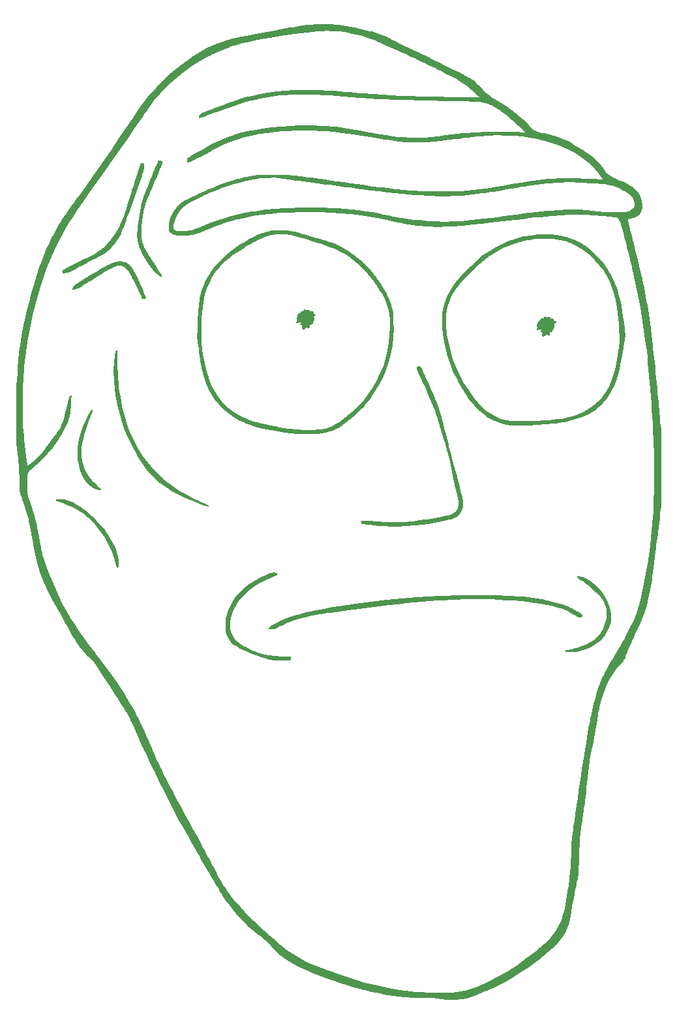
<source format=gbr>
%TF.GenerationSoftware,KiCad,Pcbnew,9.0.4*%
%TF.CreationDate,2025-09-26T18:44:48-06:00*%
%TF.ProjectId,crommeter,63726f6d-6d65-4746-9572-2e6b69636164,rev?*%
%TF.SameCoordinates,Original*%
%TF.FileFunction,Legend,Top*%
%TF.FilePolarity,Positive*%
%FSLAX46Y46*%
G04 Gerber Fmt 4.6, Leading zero omitted, Abs format (unit mm)*
G04 Created by KiCad (PCBNEW 9.0.4) date 2025-09-26 18:44:48*
%MOMM*%
%LPD*%
G01*
G04 APERTURE LIST*
%ADD10C,0.000000*%
G04 APERTURE END LIST*
D10*
%TO.C,G\u002A\u002A\u002A*%
G36*
X90874452Y-99922457D02*
G01*
X91109431Y-99932641D01*
X91290612Y-99946848D01*
X91443569Y-99969321D01*
X91593879Y-100004307D01*
X91767119Y-100056049D01*
X91859407Y-100085944D01*
X92412227Y-100301028D01*
X92979114Y-100588465D01*
X93562352Y-100949561D01*
X94164224Y-101385623D01*
X94257812Y-101458809D01*
X94470327Y-101636545D01*
X94721075Y-101862540D01*
X94997477Y-102124070D01*
X95286955Y-102408412D01*
X95576931Y-102702844D01*
X95854828Y-102994642D01*
X96108069Y-103271082D01*
X96324075Y-103519441D01*
X96457155Y-103683593D01*
X96937893Y-104338131D01*
X97355494Y-104979397D01*
X97708618Y-105604374D01*
X97995926Y-106210046D01*
X98216081Y-106793395D01*
X98367744Y-107351405D01*
X98449576Y-107881060D01*
X98464687Y-108208206D01*
X98461879Y-108440665D01*
X98451460Y-108604962D01*
X98430435Y-108712175D01*
X98395807Y-108773384D01*
X98344581Y-108799666D01*
X98303792Y-108803281D01*
X98239484Y-108796205D01*
X98196770Y-108762901D01*
X98161764Y-108685252D01*
X98128873Y-108575077D01*
X97820864Y-107572504D01*
X97474340Y-106637962D01*
X97087808Y-105769270D01*
X96659780Y-104964248D01*
X96188765Y-104220717D01*
X95673272Y-103536496D01*
X95111811Y-102909405D01*
X94502891Y-102337264D01*
X93845022Y-101817893D01*
X93225903Y-101403682D01*
X92788678Y-101151955D01*
X92298103Y-100901873D01*
X91779590Y-100664935D01*
X91258552Y-100452642D01*
X90760398Y-100276492D01*
X90676015Y-100249788D01*
X90512458Y-100197751D01*
X90410461Y-100158896D01*
X90355516Y-100123731D01*
X90333117Y-100082764D01*
X90328754Y-100026503D01*
X90328749Y-100022578D01*
X90328749Y-99903106D01*
X90874452Y-99922457D01*
G37*
G36*
X95053642Y-88332241D02*
G01*
X95088008Y-88364624D01*
X95091249Y-88395767D01*
X95077860Y-88452649D01*
X95040185Y-88572912D01*
X94981956Y-88745674D01*
X94906910Y-88960052D01*
X94818780Y-89205164D01*
X94737793Y-89425713D01*
X94506713Y-90058935D01*
X94307132Y-90628151D01*
X94136960Y-91141275D01*
X93994108Y-91606218D01*
X93876487Y-92030894D01*
X93782008Y-92423214D01*
X93708580Y-92791093D01*
X93654115Y-93142442D01*
X93616524Y-93485173D01*
X93598116Y-93741874D01*
X93603231Y-94347796D01*
X93685230Y-94950570D01*
X93841746Y-95542618D01*
X94070411Y-96116361D01*
X94368858Y-96664221D01*
X94629398Y-97043421D01*
X94792274Y-97245387D01*
X94992020Y-97471064D01*
X95213165Y-97704822D01*
X95440237Y-97931029D01*
X95657762Y-98134056D01*
X95850269Y-98298271D01*
X95936646Y-98364067D01*
X96050116Y-98455019D01*
X96107313Y-98530462D01*
X96123124Y-98610056D01*
X96123124Y-98610321D01*
X96116866Y-98680831D01*
X96083392Y-98713063D01*
X96000646Y-98721573D01*
X95954452Y-98721631D01*
X95826553Y-98707736D01*
X95663572Y-98672631D01*
X95525517Y-98631879D01*
X95139388Y-98460168D01*
X94770826Y-98218083D01*
X94427903Y-97914054D01*
X94118691Y-97556513D01*
X93851260Y-97153889D01*
X93633682Y-96714615D01*
X93593171Y-96613541D01*
X93395297Y-96026622D01*
X93241602Y-95419723D01*
X93166721Y-95008960D01*
X93138675Y-94756566D01*
X93119824Y-94446988D01*
X93110166Y-94101884D01*
X93109701Y-93742910D01*
X93118425Y-93391722D01*
X93136337Y-93069979D01*
X93163436Y-92799336D01*
X93166898Y-92774172D01*
X93273768Y-92179231D01*
X93428239Y-91571078D01*
X93633090Y-90941814D01*
X93891103Y-90283540D01*
X94205059Y-89588355D01*
X94488679Y-89019062D01*
X94610282Y-88784820D01*
X94702527Y-88611841D01*
X94771995Y-88490616D01*
X94825270Y-88411634D01*
X94868932Y-88365387D01*
X94909562Y-88342363D01*
X94953744Y-88333055D01*
X94964241Y-88331938D01*
X95053642Y-88332241D01*
G37*
G36*
X98277975Y-82103515D02*
G01*
X98294802Y-82849269D01*
X98321823Y-83533315D01*
X98360499Y-84172836D01*
X98412290Y-84785016D01*
X98478653Y-85387040D01*
X98561050Y-85996092D01*
X98660940Y-86629356D01*
X98663812Y-86646469D01*
X98908346Y-87902835D01*
X99210641Y-89104902D01*
X99571014Y-90253150D01*
X99989782Y-91348058D01*
X100467264Y-92390107D01*
X101003778Y-93379778D01*
X101599641Y-94317549D01*
X102255172Y-95203902D01*
X102970688Y-96039315D01*
X103746508Y-96824270D01*
X104582948Y-97559246D01*
X105480327Y-98244723D01*
X106438963Y-98881182D01*
X106977655Y-99202047D01*
X107266018Y-99360820D01*
X107609206Y-99539115D01*
X107988045Y-99727744D01*
X108383359Y-99917518D01*
X108775974Y-100099250D01*
X109146714Y-100263751D01*
X109476405Y-100401834D01*
X109507702Y-100414363D01*
X109727763Y-100502732D01*
X109884510Y-100568659D01*
X109988637Y-100618398D01*
X110050838Y-100658201D01*
X110081807Y-100694321D01*
X110092236Y-100733010D01*
X110093093Y-100756640D01*
X110087324Y-100811711D01*
X110063633Y-100845973D01*
X110012501Y-100858330D01*
X109924407Y-100847688D01*
X109789831Y-100812952D01*
X109599252Y-100753026D01*
X109358905Y-100672192D01*
X108758679Y-100456784D01*
X108144562Y-100216445D01*
X107531917Y-99958111D01*
X106936107Y-99688719D01*
X106372495Y-99415205D01*
X105856442Y-99144505D01*
X105420292Y-98893874D01*
X104581244Y-98349280D01*
X103811895Y-97773526D01*
X103106816Y-97161074D01*
X102460580Y-96506389D01*
X101867760Y-95803934D01*
X101322928Y-95048173D01*
X100820658Y-94233571D01*
X100778151Y-94158593D01*
X100132291Y-92942594D01*
X99564787Y-91727772D01*
X99075730Y-90514530D01*
X98665208Y-89303269D01*
X98333311Y-88094390D01*
X98080129Y-86888294D01*
X97905752Y-85685384D01*
X97810268Y-84486060D01*
X97793768Y-83290723D01*
X97856341Y-82099776D01*
X97930419Y-81399062D01*
X97962846Y-81142164D01*
X97988230Y-80953474D01*
X98009664Y-80822472D01*
X98030239Y-80738640D01*
X98053047Y-80691460D01*
X98081179Y-80670414D01*
X98117728Y-80664982D01*
X98146235Y-80664843D01*
X98255512Y-80664843D01*
X98277975Y-82103515D01*
G37*
G36*
X158204296Y-109891682D02*
G01*
X158343398Y-109918212D01*
X158522194Y-109963826D01*
X158706127Y-110019546D01*
X158738978Y-110030595D01*
X159201621Y-110227949D01*
X159657387Y-110496667D01*
X160099739Y-110828738D01*
X160522139Y-111216150D01*
X160918049Y-111650894D01*
X161280932Y-112124959D01*
X161604250Y-112630333D01*
X161881465Y-113159007D01*
X162106041Y-113702969D01*
X162271438Y-114254208D01*
X162304254Y-114399218D01*
X162348179Y-114680264D01*
X162372984Y-114998636D01*
X162378667Y-115329410D01*
X162365222Y-115647661D01*
X162332644Y-115928464D01*
X162304545Y-116066093D01*
X162138759Y-116567958D01*
X161900790Y-117053437D01*
X161597097Y-117516904D01*
X161234139Y-117952733D01*
X160818376Y-118355297D01*
X160356268Y-118718969D01*
X159854273Y-119038122D01*
X159318851Y-119307130D01*
X158756461Y-119520366D01*
X158173563Y-119672203D01*
X158162164Y-119674490D01*
X157872492Y-119721234D01*
X157551310Y-119754761D01*
X157226601Y-119773384D01*
X156926349Y-119775414D01*
X156706093Y-119762296D01*
X156573544Y-119745610D01*
X156500579Y-119724174D01*
X156467617Y-119687501D01*
X156455410Y-119628046D01*
X156451626Y-119549075D01*
X156459874Y-119518906D01*
X156519282Y-119510452D01*
X156640361Y-119487363D01*
X156807484Y-119453044D01*
X157005027Y-119410902D01*
X157217361Y-119364345D01*
X157428861Y-119316777D01*
X157623901Y-119271606D01*
X157786855Y-119232239D01*
X157857030Y-119214324D01*
X158504934Y-119015981D01*
X159101502Y-118776257D01*
X159642404Y-118497776D01*
X160123307Y-118183158D01*
X160539878Y-117835028D01*
X160887787Y-117456005D01*
X160992734Y-117316249D01*
X161252727Y-116894917D01*
X161466614Y-116434906D01*
X161630881Y-115950726D01*
X161742013Y-115456884D01*
X161796494Y-114967890D01*
X161790810Y-114498252D01*
X161749714Y-114191728D01*
X161671484Y-113861814D01*
X161563478Y-113545587D01*
X161421501Y-113238178D01*
X161241352Y-112934720D01*
X161018835Y-112630342D01*
X160749750Y-112320178D01*
X160429900Y-111999359D01*
X160055086Y-111663016D01*
X159621111Y-111306281D01*
X159123776Y-110924285D01*
X158605514Y-110545532D01*
X158391643Y-110391312D01*
X158234322Y-110274622D01*
X158124979Y-110187606D01*
X158055045Y-110122405D01*
X158015951Y-110071163D01*
X157999128Y-110026022D01*
X157995937Y-109986617D01*
X157995937Y-109864617D01*
X158204296Y-109891682D01*
G37*
G36*
X103794880Y-55960689D02*
G01*
X103946157Y-56008377D01*
X104061873Y-56054944D01*
X104119794Y-56099240D01*
X104138937Y-56158999D01*
X104139999Y-56189144D01*
X104124514Y-56254959D01*
X104079613Y-56387786D01*
X104007630Y-56581889D01*
X103910895Y-56831528D01*
X103791743Y-57130969D01*
X103652504Y-57474472D01*
X103495512Y-57856302D01*
X103323098Y-58270720D01*
X103137596Y-58711989D01*
X102941337Y-59174373D01*
X102736653Y-59652133D01*
X102658598Y-59833169D01*
X102531090Y-60131661D01*
X102404888Y-60433090D01*
X102286233Y-60722099D01*
X102181370Y-60983333D01*
X102096543Y-61201436D01*
X102041528Y-61350895D01*
X101846110Y-61966788D01*
X101682406Y-62602297D01*
X101551833Y-63245384D01*
X101455809Y-63884009D01*
X101395751Y-64506133D01*
X101373075Y-65099716D01*
X101389199Y-65652719D01*
X101445540Y-66153102D01*
X101464000Y-66257716D01*
X101512195Y-66486568D01*
X101569766Y-66706094D01*
X101640549Y-66923740D01*
X101728383Y-67146957D01*
X101837104Y-67383193D01*
X101970550Y-67639897D01*
X102132558Y-67924519D01*
X102326965Y-68244507D01*
X102557609Y-68607310D01*
X102828327Y-69020377D01*
X103086123Y-69406610D01*
X103336398Y-69780444D01*
X103544311Y-70094124D01*
X103712617Y-70352802D01*
X103844069Y-70561630D01*
X103941421Y-70725760D01*
X104007429Y-70850345D01*
X104044845Y-70940536D01*
X104056425Y-71001485D01*
X104044923Y-71038346D01*
X104013092Y-71056269D01*
X103970236Y-71060468D01*
X103870238Y-71038337D01*
X103781720Y-70994144D01*
X103469890Y-70755251D01*
X103144024Y-70453612D01*
X102815765Y-70101590D01*
X102496755Y-69711544D01*
X102240409Y-69357651D01*
X101890021Y-68809395D01*
X101580222Y-68252880D01*
X101316618Y-67700265D01*
X101104817Y-67163711D01*
X100950425Y-66655378D01*
X100906284Y-66464045D01*
X100868065Y-66192272D01*
X100850465Y-65854528D01*
X100852313Y-65461173D01*
X100872444Y-65022562D01*
X100909689Y-64549053D01*
X100962880Y-64051003D01*
X101030849Y-63538769D01*
X101112428Y-63022709D01*
X101206449Y-62513180D01*
X101311745Y-62020538D01*
X101427147Y-61555141D01*
X101482204Y-61356874D01*
X101569412Y-61062956D01*
X101662335Y-60768432D01*
X101764017Y-60465299D01*
X101877499Y-60145553D01*
X102005825Y-59801190D01*
X102152039Y-59424205D01*
X102319182Y-59006596D01*
X102510299Y-58540358D01*
X102728431Y-58017487D01*
X102962680Y-57462834D01*
X103093860Y-57153051D01*
X103215941Y-56863602D01*
X103325255Y-56603271D01*
X103418133Y-56380841D01*
X103490909Y-56205097D01*
X103539913Y-56084823D01*
X103561471Y-56028827D01*
X103601095Y-55965364D01*
X103674836Y-55942867D01*
X103794880Y-55960689D01*
G37*
G36*
X98991677Y-69075867D02*
G01*
X99341077Y-69185050D01*
X99661391Y-69365227D01*
X99893979Y-69560378D01*
X100033234Y-69708153D01*
X100164155Y-69872068D01*
X100294068Y-70063753D01*
X100430299Y-70294840D01*
X100580175Y-70576958D01*
X100749331Y-70918243D01*
X100866976Y-71164787D01*
X100995501Y-71440015D01*
X101130896Y-71734791D01*
X101269148Y-72039979D01*
X101406250Y-72346442D01*
X101538190Y-72645044D01*
X101660958Y-72926648D01*
X101770544Y-73182117D01*
X101862938Y-73402317D01*
X101934129Y-73578109D01*
X101980108Y-73700358D01*
X101996864Y-73759927D01*
X101996874Y-73760517D01*
X101961280Y-73834076D01*
X101870409Y-73900234D01*
X101748124Y-73945508D01*
X101647916Y-73957656D01*
X101590430Y-73951586D01*
X101543683Y-73924156D01*
X101496372Y-73861530D01*
X101437190Y-73749874D01*
X101380358Y-73630234D01*
X101228077Y-73305922D01*
X101065897Y-72964170D01*
X100898021Y-72613536D01*
X100728651Y-72262579D01*
X100561988Y-71919857D01*
X100402237Y-71593928D01*
X100253597Y-71293351D01*
X100120273Y-71026684D01*
X100006466Y-70802485D01*
X99916378Y-70629313D01*
X99854211Y-70515725D01*
X99837315Y-70487653D01*
X99603262Y-70172675D01*
X99349626Y-69926509D01*
X99080456Y-69751907D01*
X98799804Y-69651624D01*
X98570953Y-69626757D01*
X98437606Y-69633157D01*
X98296168Y-69653974D01*
X98141981Y-69691639D01*
X97970389Y-69748579D01*
X97776732Y-69827222D01*
X97556354Y-69929997D01*
X97304597Y-70059333D01*
X97016802Y-70217658D01*
X96688312Y-70407401D01*
X96314470Y-70630990D01*
X95890617Y-70890853D01*
X95412096Y-71189419D01*
X94874250Y-71529117D01*
X94654687Y-71668638D01*
X94283866Y-71904168D01*
X93972720Y-72100380D01*
X93714240Y-72261011D01*
X93501420Y-72389798D01*
X93327251Y-72490480D01*
X93184726Y-72566794D01*
X93066837Y-72622477D01*
X92966577Y-72661268D01*
X92876937Y-72686905D01*
X92790910Y-72703124D01*
X92701489Y-72713665D01*
X92694104Y-72714363D01*
X92432187Y-72738821D01*
X92432187Y-72627428D01*
X92452270Y-72525921D01*
X92502930Y-72399830D01*
X92530599Y-72348107D01*
X92565281Y-72296493D01*
X92612748Y-72243188D01*
X92680488Y-72182903D01*
X92775991Y-72110348D01*
X92906747Y-72020231D01*
X93080243Y-71907261D01*
X93303971Y-71766149D01*
X93585418Y-71591604D01*
X93711302Y-71514030D01*
X94302037Y-71151322D01*
X94830931Y-70828549D01*
X95302960Y-70542791D01*
X95723095Y-70291130D01*
X96096310Y-70070646D01*
X96427579Y-69878420D01*
X96721874Y-69711534D01*
X96984168Y-69567067D01*
X97219436Y-69442102D01*
X97387982Y-69355988D01*
X97811342Y-69177739D01*
X98222570Y-69071866D01*
X98617428Y-69038024D01*
X98991677Y-69075867D01*
G37*
G36*
X118722067Y-109425577D02*
G01*
X118839240Y-109458384D01*
X118848031Y-109460940D01*
X118971210Y-109500822D01*
X119035552Y-109538111D01*
X119059635Y-109587755D01*
X119062499Y-109633525D01*
X119059186Y-109671707D01*
X119043112Y-109706144D01*
X119005072Y-109742115D01*
X118935862Y-109784898D01*
X118826279Y-109839773D01*
X118667118Y-109912018D01*
X118449176Y-110006912D01*
X118298515Y-110071702D01*
X117696741Y-110337406D01*
X117162487Y-110590234D01*
X116686199Y-110836267D01*
X116258320Y-111081588D01*
X115869293Y-111332282D01*
X115509562Y-111594431D01*
X115169572Y-111874117D01*
X114839765Y-112177425D01*
X114577812Y-112440149D01*
X114115293Y-112971144D01*
X113727569Y-113527772D01*
X113413592Y-114112236D01*
X113172320Y-114726739D01*
X113002705Y-115373483D01*
X112914437Y-115947031D01*
X112897762Y-116406517D01*
X112950575Y-116840700D01*
X113074130Y-117251537D01*
X113269682Y-117640987D01*
X113538486Y-118011010D01*
X113881798Y-118363565D01*
X114300872Y-118700610D01*
X114796962Y-119024103D01*
X114938190Y-119105936D01*
X115630569Y-119459943D01*
X116350558Y-119752313D01*
X117104033Y-119984531D01*
X117896871Y-120158081D01*
X118734947Y-120274448D01*
X119624139Y-120335117D01*
X119826483Y-120341121D01*
X120769062Y-120362892D01*
X120769062Y-120570245D01*
X120769062Y-120777598D01*
X120521015Y-120803707D01*
X120358690Y-120816714D01*
X120145879Y-120827799D01*
X119897338Y-120836785D01*
X119627820Y-120843499D01*
X119352079Y-120847766D01*
X119084870Y-120849412D01*
X118840947Y-120848261D01*
X118635064Y-120844139D01*
X118481975Y-120836871D01*
X118407655Y-120828716D01*
X118272810Y-120798222D01*
X118078136Y-120746418D01*
X117838826Y-120677924D01*
X117570073Y-120597359D01*
X117287069Y-120509342D01*
X117005007Y-120418493D01*
X116739078Y-120329430D01*
X116562187Y-120267597D01*
X116041554Y-120074780D01*
X115539403Y-119875852D01*
X115064048Y-119674718D01*
X114623807Y-119475280D01*
X114226995Y-119281445D01*
X113881928Y-119097114D01*
X113596924Y-118926193D01*
X113384285Y-118775763D01*
X113037380Y-118450016D01*
X112748915Y-118071803D01*
X112521401Y-117644981D01*
X112369297Y-117217031D01*
X112340570Y-117096896D01*
X112320155Y-116963057D01*
X112306858Y-116799845D01*
X112299488Y-116591589D01*
X112296852Y-116322617D01*
X112296787Y-116264531D01*
X112301192Y-115926515D01*
X112317359Y-115642869D01*
X112349613Y-115389565D01*
X112402281Y-115142574D01*
X112479690Y-114877871D01*
X112586165Y-114571428D01*
X112616448Y-114489209D01*
X112919769Y-113777782D01*
X113284468Y-113113359D01*
X113711302Y-112495260D01*
X114201025Y-111922806D01*
X114754393Y-111395316D01*
X115372163Y-110912110D01*
X116055089Y-110472510D01*
X116803929Y-110075833D01*
X117619437Y-109721402D01*
X118123762Y-109534752D01*
X118312575Y-109469610D01*
X118446564Y-109428185D01*
X118545977Y-109408414D01*
X118631062Y-109408232D01*
X118722067Y-109425577D01*
G37*
G36*
X153910521Y-76223196D02*
G01*
X153966195Y-76282716D01*
X154017484Y-76350225D01*
X154058078Y-76356687D01*
X154102869Y-76322403D01*
X154191699Y-76277206D01*
X154299184Y-76259531D01*
X154399251Y-76275691D01*
X154454159Y-76336119D01*
X154463749Y-76358749D01*
X154516523Y-76435019D01*
X154610836Y-76457898D01*
X154618933Y-76457968D01*
X154789832Y-76477611D01*
X154896625Y-76538850D01*
X154944823Y-76645147D01*
X154947258Y-76664332D01*
X154963512Y-76751373D01*
X155006655Y-76791377D01*
X155102315Y-76807095D01*
X155108671Y-76807629D01*
X155221281Y-76837081D01*
X155264367Y-76894696D01*
X155238279Y-76970983D01*
X155143369Y-77056449D01*
X155098443Y-77084231D01*
X154995765Y-77153364D01*
X154943210Y-77210702D01*
X154948224Y-77245745D01*
X154979687Y-77251718D01*
X155006742Y-77286148D01*
X155017153Y-77372453D01*
X155012076Y-77485155D01*
X154992670Y-77598777D01*
X154960094Y-77687840D01*
X154959843Y-77688281D01*
X154916253Y-77790336D01*
X154900615Y-77866874D01*
X154866058Y-77955833D01*
X154781288Y-78058630D01*
X154667538Y-78154520D01*
X154546040Y-78222756D01*
X154530354Y-78228665D01*
X154442078Y-78272844D01*
X154414095Y-78332998D01*
X154415687Y-78367571D01*
X154417983Y-78514216D01*
X154376528Y-78600808D01*
X154284305Y-78637657D01*
X154229727Y-78640781D01*
X154110275Y-78625009D01*
X154030414Y-78584748D01*
X154026569Y-78580505D01*
X153990647Y-78552987D01*
X153947564Y-78567566D01*
X153880743Y-78633058D01*
X153840023Y-78679723D01*
X153713264Y-78793389D01*
X153589251Y-78841893D01*
X153479620Y-78821983D01*
X153439812Y-78791593D01*
X153399036Y-78699086D01*
X153399171Y-78554592D01*
X153429104Y-78412315D01*
X153449419Y-78325642D01*
X153429451Y-78290508D01*
X153351253Y-78283628D01*
X153329885Y-78283593D01*
X153237439Y-78276137D01*
X153200049Y-78241393D01*
X153193749Y-78177577D01*
X153219520Y-78066573D01*
X153262638Y-77995440D01*
X153292885Y-77958534D01*
X153292511Y-77937801D01*
X153249080Y-77930948D01*
X153150155Y-77935678D01*
X153004670Y-77947830D01*
X152844667Y-77960925D01*
X152747850Y-77963809D01*
X152698348Y-77953408D01*
X152680292Y-77926645D01*
X152677812Y-77884479D01*
X152704331Y-77789839D01*
X152763132Y-77701796D01*
X152817290Y-77636950D01*
X152816904Y-77603622D01*
X152782975Y-77585851D01*
X152737712Y-77531964D01*
X152716655Y-77436069D01*
X152720349Y-77330984D01*
X152749336Y-77249527D01*
X152777030Y-77226383D01*
X152821579Y-77172150D01*
X152839462Y-77078800D01*
X152870463Y-76921030D01*
X152946166Y-76790791D01*
X153052086Y-76709557D01*
X153097724Y-76695919D01*
X153181402Y-76667424D01*
X153217805Y-76602969D01*
X153226029Y-76547091D01*
X153246316Y-76455529D01*
X153293949Y-76420994D01*
X153327232Y-76418281D01*
X153418006Y-76436841D01*
X153460166Y-76462447D01*
X153523709Y-76486432D01*
X153575955Y-76447740D01*
X153591886Y-76386173D01*
X153625383Y-76272470D01*
X153705250Y-76203096D01*
X153808093Y-76184516D01*
X153910521Y-76223196D01*
G37*
G36*
X122697932Y-75255641D02*
G01*
X122782418Y-75348521D01*
X122787026Y-75355699D01*
X122841773Y-75433390D01*
X122873845Y-75448264D01*
X122894388Y-75415230D01*
X122944666Y-75365159D01*
X123053172Y-75347025D01*
X123076033Y-75346718D01*
X123186601Y-75357009D01*
X123248664Y-75397395D01*
X123275737Y-75444054D01*
X123315769Y-75504238D01*
X123381469Y-75536438D01*
X123497618Y-75551597D01*
X123522933Y-75553195D01*
X123642523Y-75563020D01*
X123705090Y-75584444D01*
X123732909Y-75632542D01*
X123745624Y-75703906D01*
X123773434Y-75805504D01*
X123835775Y-75859713D01*
X123894452Y-75880785D01*
X123995519Y-75934138D01*
X124022575Y-76007992D01*
X123975969Y-76095079D01*
X123880385Y-76172993D01*
X123793956Y-76233511D01*
X123765923Y-76274678D01*
X123786177Y-76317239D01*
X123801502Y-76334868D01*
X123852142Y-76419985D01*
X123855888Y-76524430D01*
X123811948Y-76666564D01*
X123784440Y-76730193D01*
X123737406Y-76846971D01*
X123709374Y-76941913D01*
X123705937Y-76968592D01*
X123675430Y-77039474D01*
X123599647Y-77128407D01*
X123502190Y-77213999D01*
X123406664Y-77274857D01*
X123349755Y-77291406D01*
X123261962Y-77322570D01*
X123223477Y-77415436D01*
X123224428Y-77501740D01*
X123216995Y-77604388D01*
X123188340Y-77670435D01*
X123108546Y-77716051D01*
X122998289Y-77727032D01*
X122893563Y-77704592D01*
X122834773Y-77658515D01*
X122804467Y-77623450D01*
X122767621Y-77632426D01*
X122707448Y-77693540D01*
X122670201Y-77737890D01*
X122581238Y-77832247D01*
X122499651Y-77875972D01*
X122392346Y-77886717D01*
X122391154Y-77886718D01*
X122269657Y-77872193D01*
X122211928Y-77826061D01*
X122209822Y-77821085D01*
X122202610Y-77745065D01*
X122212953Y-77626841D01*
X122224080Y-77562900D01*
X122243223Y-77448138D01*
X122248232Y-77369334D01*
X122243897Y-77350720D01*
X122193908Y-77336411D01*
X122111822Y-77331093D01*
X122028744Y-77317857D01*
X122000449Y-77266939D01*
X121999374Y-77244354D01*
X122025366Y-77154927D01*
X122087945Y-77060840D01*
X122088671Y-77060043D01*
X122177968Y-76962472D01*
X122041156Y-76988606D01*
X121918674Y-77008966D01*
X121764971Y-77030635D01*
X121693891Y-77039474D01*
X121572289Y-77051912D01*
X121509799Y-77046948D01*
X121486742Y-77016770D01*
X121483437Y-76955966D01*
X121516598Y-76841339D01*
X121572733Y-76771902D01*
X121631291Y-76715743D01*
X121631042Y-76681951D01*
X121592577Y-76654428D01*
X121541581Y-76583773D01*
X121523642Y-76476203D01*
X121539757Y-76367413D01*
X121582655Y-76299218D01*
X121627413Y-76224518D01*
X121642187Y-76140145D01*
X121670922Y-75977107D01*
X121749686Y-75854249D01*
X121867315Y-75787687D01*
X121889372Y-75783281D01*
X121981160Y-75758009D01*
X122020821Y-75702011D01*
X122031654Y-75634452D01*
X122051251Y-75543511D01*
X122098141Y-75508812D01*
X122138453Y-75505468D01*
X122221490Y-75520475D01*
X122257343Y-75545156D01*
X122311451Y-75583404D01*
X122364805Y-75551431D01*
X122382283Y-75515390D01*
X122437129Y-75365712D01*
X122485110Y-75278021D01*
X122537770Y-75237094D01*
X122600477Y-75227656D01*
X122697932Y-75255641D01*
G37*
G36*
X101510656Y-56345801D02*
G01*
X101633290Y-56360196D01*
X101721089Y-56378631D01*
X101746126Y-56389929D01*
X101753580Y-56438111D01*
X101753155Y-56548204D01*
X101745335Y-56703184D01*
X101732742Y-56862917D01*
X101722173Y-56970910D01*
X101709712Y-57071138D01*
X101692960Y-57171744D01*
X101669521Y-57280868D01*
X101637000Y-57406653D01*
X101592998Y-57557241D01*
X101535121Y-57740772D01*
X101460971Y-57965388D01*
X101368152Y-58239231D01*
X101254267Y-58570443D01*
X101116920Y-58967164D01*
X101093339Y-59035156D01*
X100798418Y-59884106D01*
X100527637Y-60660865D01*
X100279884Y-61368492D01*
X100054046Y-62010046D01*
X99849013Y-62588587D01*
X99663672Y-63107174D01*
X99496911Y-63568866D01*
X99347618Y-63976724D01*
X99214682Y-64333807D01*
X99096989Y-64643173D01*
X98993429Y-64907884D01*
X98902889Y-65130997D01*
X98824258Y-65315572D01*
X98757072Y-65463302D01*
X98412836Y-66101251D01*
X98010343Y-66685880D01*
X97550325Y-67216140D01*
X97494092Y-67273262D01*
X97290140Y-67470476D01*
X97088422Y-67648403D01*
X96877573Y-67814769D01*
X96646225Y-67977297D01*
X96383011Y-68143711D01*
X96076566Y-68321734D01*
X95715523Y-68519090D01*
X95468280Y-68649829D01*
X95207948Y-68787588D01*
X94898849Y-68953392D01*
X94561301Y-69136206D01*
X94215622Y-69324991D01*
X93882131Y-69508710D01*
X93662499Y-69630800D01*
X93311029Y-69826805D01*
X93020227Y-69987956D01*
X92781598Y-70118348D01*
X92586648Y-70222074D01*
X92426882Y-70303228D01*
X92293806Y-70365903D01*
X92178923Y-70414194D01*
X92073741Y-70452195D01*
X91969763Y-70483998D01*
X91858496Y-70513699D01*
X91799866Y-70528445D01*
X91576542Y-70581877D01*
X91416950Y-70612659D01*
X91308575Y-70620208D01*
X91238905Y-70603940D01*
X91195424Y-70563273D01*
X91166069Y-70498921D01*
X91141567Y-70430939D01*
X91123955Y-70373472D01*
X91119013Y-70322324D01*
X91132523Y-70273299D01*
X91170266Y-70222201D01*
X91238023Y-70164833D01*
X91341576Y-70097000D01*
X91486707Y-70014504D01*
X91679196Y-69913150D01*
X91924825Y-69788742D01*
X92229375Y-69637083D01*
X92598628Y-69453977D01*
X92621130Y-69442811D01*
X92959959Y-69275083D01*
X93292905Y-69111068D01*
X93609643Y-68955795D01*
X93899846Y-68814295D01*
X94153191Y-68691598D01*
X94359352Y-68592733D01*
X94508004Y-68522729D01*
X94540669Y-68507732D01*
X95214438Y-68163586D01*
X95839890Y-67764615D01*
X96419775Y-67308003D01*
X96956846Y-66790937D01*
X97453855Y-66210603D01*
X97913554Y-65564187D01*
X98338694Y-64848876D01*
X98584382Y-64373124D01*
X98720923Y-64088715D01*
X98848244Y-63810100D01*
X98969304Y-63528946D01*
X99087065Y-63236922D01*
X99204487Y-62925694D01*
X99324531Y-62586930D01*
X99450158Y-62212296D01*
X99584328Y-61793460D01*
X99730002Y-61322089D01*
X99890141Y-60789851D01*
X100050925Y-60245624D01*
X100098684Y-60086951D01*
X100167488Y-59864108D01*
X100253765Y-59588389D01*
X100353944Y-59271087D01*
X100464453Y-58923493D01*
X100581720Y-58556901D01*
X100702174Y-58182603D01*
X100758166Y-58009415D01*
X101302343Y-56328830D01*
X101510656Y-56345801D01*
G37*
G36*
X145922006Y-112383751D02*
G01*
X146902551Y-112393675D01*
X147818659Y-112411967D01*
X148675199Y-112439008D01*
X149477039Y-112475180D01*
X150229050Y-112520865D01*
X150936100Y-112576444D01*
X151603059Y-112642299D01*
X152234796Y-112718811D01*
X152836181Y-112806363D01*
X153412083Y-112905335D01*
X153967371Y-113016110D01*
X154506914Y-113139068D01*
X155022409Y-113271035D01*
X155353422Y-113365249D01*
X155706699Y-113474462D01*
X156066717Y-113593189D01*
X156417956Y-113715945D01*
X156744896Y-113837247D01*
X157032015Y-113951607D01*
X157263792Y-114053543D01*
X157334680Y-114088159D01*
X157424417Y-114137967D01*
X157565413Y-114221288D01*
X157742148Y-114328729D01*
X157939103Y-114450896D01*
X158065390Y-114530440D01*
X158287506Y-114673202D01*
X158448583Y-114783933D01*
X158555796Y-114871188D01*
X158616319Y-114943523D01*
X158637326Y-115009494D01*
X158625992Y-115077656D01*
X158589853Y-115155890D01*
X158551771Y-115199995D01*
X158483862Y-115223534D01*
X158365296Y-115232133D01*
X158305741Y-115232656D01*
X158194588Y-115230021D01*
X158104447Y-115216948D01*
X158015487Y-115185679D01*
X157907874Y-115128461D01*
X157761776Y-115037536D01*
X157692545Y-114992859D01*
X157206264Y-114706958D01*
X156660072Y-114437402D01*
X156072961Y-114191883D01*
X155463923Y-113978093D01*
X154851947Y-113803724D01*
X154622499Y-113749382D01*
X153951698Y-113612848D01*
X153210575Y-113485777D01*
X152407706Y-113368916D01*
X151551663Y-113263013D01*
X150651022Y-113168815D01*
X149714357Y-113087072D01*
X148750241Y-113018531D01*
X147767248Y-112963939D01*
X146773954Y-112924044D01*
X145778931Y-112899595D01*
X144790755Y-112891340D01*
X144785445Y-112891340D01*
X143992959Y-112896178D01*
X143187343Y-112910648D01*
X142364484Y-112935120D01*
X141520267Y-112969963D01*
X140650577Y-113015549D01*
X139751300Y-113072247D01*
X138818321Y-113140428D01*
X137847527Y-113220461D01*
X136834803Y-113312718D01*
X135776034Y-113417567D01*
X134667106Y-113535381D01*
X133503904Y-113666527D01*
X132282315Y-113811378D01*
X130998224Y-113970302D01*
X129647516Y-114143671D01*
X128226076Y-114331855D01*
X127138905Y-114479136D01*
X126543601Y-114560811D01*
X126019585Y-114633483D01*
X125559430Y-114698338D01*
X125155705Y-114756561D01*
X124800981Y-114809337D01*
X124487829Y-114857849D01*
X124208818Y-114903283D01*
X123956521Y-114946823D01*
X123723506Y-114989653D01*
X123502346Y-115032960D01*
X123285610Y-115077927D01*
X123065869Y-115125739D01*
X123020444Y-115135850D01*
X122265742Y-115319655D01*
X121566538Y-115523570D01*
X120899868Y-115755703D01*
X120242767Y-116024161D01*
X119572272Y-116337053D01*
X119460170Y-116392806D01*
X118647371Y-116800312D01*
X118259623Y-116813953D01*
X118082048Y-116819589D01*
X117969150Y-116819310D01*
X117906283Y-116809999D01*
X117878799Y-116788542D01*
X117872049Y-116751823D01*
X117871874Y-116731488D01*
X117909466Y-116633096D01*
X118022378Y-116513341D01*
X118210816Y-116372078D01*
X118474985Y-116209163D01*
X118815091Y-116024453D01*
X119042655Y-115909534D01*
X119464304Y-115707859D01*
X119885584Y-115520438D01*
X120312633Y-115345668D01*
X120751588Y-115181950D01*
X121208586Y-115027681D01*
X121689766Y-114881261D01*
X122201264Y-114741088D01*
X122749219Y-114605560D01*
X123339768Y-114473076D01*
X123979049Y-114342036D01*
X124673198Y-114210838D01*
X125428355Y-114077879D01*
X126250655Y-113941561D01*
X127099218Y-113807549D01*
X129176450Y-113501539D01*
X131221521Y-113231196D01*
X133226929Y-112997344D01*
X135185174Y-112800804D01*
X137088754Y-112642397D01*
X138707812Y-112535480D01*
X139156328Y-112510045D01*
X139561650Y-112488079D01*
X139934779Y-112469261D01*
X140286713Y-112453266D01*
X140628451Y-112439771D01*
X140970992Y-112428455D01*
X141325336Y-112418993D01*
X141702482Y-112411063D01*
X142113429Y-112404342D01*
X142569175Y-112398507D01*
X143080721Y-112393234D01*
X143659065Y-112388202D01*
X143748124Y-112387481D01*
X144872153Y-112381814D01*
X145922006Y-112383751D01*
G37*
G36*
X137574777Y-82645186D02*
G01*
X137633063Y-82708967D01*
X137699092Y-82815897D01*
X137779338Y-82973106D01*
X137880276Y-83187722D01*
X138008382Y-83466874D01*
X138011615Y-83473925D01*
X138155762Y-83788241D01*
X138319455Y-84145027D01*
X138489593Y-84515739D01*
X138653076Y-84871833D01*
X138796803Y-85184763D01*
X138798850Y-85189218D01*
X139028073Y-85692927D01*
X139242053Y-86172632D01*
X139437623Y-86620852D01*
X139611617Y-87030107D01*
X139760869Y-87392914D01*
X139882211Y-87701793D01*
X139972477Y-87949263D01*
X139993111Y-88010678D01*
X140041910Y-88169147D01*
X140104869Y-88387733D01*
X140177326Y-88649442D01*
X140254616Y-88937280D01*
X140332078Y-89234252D01*
X140373259Y-89396093D01*
X140426452Y-89605190D01*
X140497541Y-89881500D01*
X140584045Y-90215522D01*
X140683483Y-90597755D01*
X140793373Y-91018698D01*
X140911234Y-91468848D01*
X141034583Y-91938707D01*
X141160940Y-92418770D01*
X141287822Y-92899539D01*
X141326903Y-93047343D01*
X141537147Y-93842739D01*
X141728775Y-94569090D01*
X141903772Y-95234006D01*
X142064119Y-95845098D01*
X142211799Y-96409975D01*
X142348797Y-96936249D01*
X142477095Y-97431529D01*
X142598677Y-97903426D01*
X142715525Y-98359550D01*
X142829622Y-98807513D01*
X142892584Y-99055788D01*
X142971831Y-99370763D01*
X143033198Y-99621673D01*
X143078949Y-99821229D01*
X143111352Y-99982142D01*
X143132671Y-100117123D01*
X143145174Y-100238882D01*
X143151125Y-100360131D01*
X143152791Y-100493581D01*
X143152812Y-100515556D01*
X143148039Y-100752735D01*
X143131653Y-100936476D01*
X143100550Y-101092258D01*
X143070394Y-101192313D01*
X142913019Y-101538710D01*
X142689684Y-101852154D01*
X142411364Y-102119215D01*
X142187196Y-102272842D01*
X142066243Y-102337735D01*
X141929269Y-102398224D01*
X141767417Y-102456775D01*
X141571831Y-102515857D01*
X141333654Y-102577937D01*
X141044030Y-102645483D01*
X140694102Y-102720964D01*
X140275014Y-102806846D01*
X140259804Y-102809906D01*
X139050217Y-103035473D01*
X137896821Y-103213911D01*
X136792410Y-103345854D01*
X135729780Y-103431938D01*
X134701726Y-103472797D01*
X133701043Y-103469068D01*
X133072187Y-103443604D01*
X132874162Y-103430919D01*
X132632067Y-103412537D01*
X132356053Y-103389489D01*
X132056274Y-103362805D01*
X131742882Y-103333517D01*
X131426030Y-103302654D01*
X131115872Y-103271248D01*
X130822560Y-103240329D01*
X130556246Y-103210928D01*
X130327085Y-103184076D01*
X130145228Y-103160802D01*
X130020829Y-103142138D01*
X129964040Y-103129115D01*
X129962154Y-103127891D01*
X129937571Y-103071523D01*
X129914806Y-102966563D01*
X129906987Y-102909624D01*
X129886071Y-102724064D01*
X130913582Y-102742459D01*
X131331087Y-102753275D01*
X131724980Y-102769949D01*
X132079249Y-102791588D01*
X132377884Y-102817296D01*
X132496718Y-102830814D01*
X132755188Y-102856097D01*
X133076891Y-102876081D01*
X133445851Y-102890649D01*
X133846096Y-102899683D01*
X134261651Y-102903067D01*
X134676542Y-102900683D01*
X135074796Y-102892415D01*
X135440439Y-102878146D01*
X135757496Y-102857757D01*
X135790780Y-102854958D01*
X136179280Y-102817822D01*
X136603726Y-102771001D01*
X137055564Y-102715882D01*
X137526239Y-102653853D01*
X138007198Y-102586300D01*
X138489885Y-102514613D01*
X138965746Y-102440177D01*
X139426227Y-102364380D01*
X139862773Y-102288610D01*
X140266831Y-102214254D01*
X140629845Y-102142700D01*
X140943261Y-102075334D01*
X141198525Y-102013544D01*
X141387082Y-101958717D01*
X141444558Y-101938010D01*
X141799562Y-101773448D01*
X142081382Y-101587353D01*
X142294076Y-101376451D01*
X142441706Y-101137470D01*
X142444090Y-101132233D01*
X142485993Y-101029628D01*
X142513089Y-100930013D01*
X142528286Y-100812130D01*
X142534494Y-100654719D01*
X142534844Y-100468906D01*
X142530591Y-100268426D01*
X142518338Y-100091448D01*
X142494771Y-99914442D01*
X142456576Y-99713878D01*
X142400441Y-99466226D01*
X142383973Y-99397343D01*
X142345112Y-99231640D01*
X142292086Y-98999185D01*
X142227306Y-98710854D01*
X142153180Y-98377522D01*
X142072118Y-98010062D01*
X141986529Y-97619349D01*
X141898823Y-97216258D01*
X141821245Y-96857343D01*
X141702836Y-96309611D01*
X141597897Y-95829292D01*
X141503853Y-95406062D01*
X141418131Y-95029598D01*
X141338156Y-94689575D01*
X141261355Y-94375671D01*
X141185153Y-94077561D01*
X141106977Y-93784922D01*
X141024254Y-93487429D01*
X140934408Y-93174760D01*
X140834867Y-92836590D01*
X140737762Y-92511562D01*
X140627799Y-92144880D01*
X140505736Y-91737242D01*
X140378843Y-91312965D01*
X140254389Y-90896361D01*
X140139642Y-90511745D01*
X140058757Y-90240196D01*
X139933966Y-89824209D01*
X139817403Y-89444386D01*
X139705772Y-89092282D01*
X139595773Y-88759453D01*
X139484109Y-88437453D01*
X139367482Y-88117836D01*
X139242594Y-87792157D01*
X139106146Y-87451973D01*
X138954841Y-87088836D01*
X138785380Y-86694302D01*
X138594465Y-86259926D01*
X138378799Y-85777263D01*
X138135084Y-85237867D01*
X137923472Y-84772499D01*
X137728104Y-84343834D01*
X137563492Y-83981630D01*
X137427840Y-83679955D01*
X137319353Y-83432878D01*
X137236233Y-83234466D01*
X137176685Y-83078787D01*
X137138913Y-82959910D01*
X137121120Y-82871904D01*
X137121510Y-82808835D01*
X137138288Y-82764772D01*
X137169656Y-82733784D01*
X137213819Y-82709939D01*
X137268980Y-82687304D01*
X137289549Y-82678984D01*
X137381619Y-82641454D01*
X137455530Y-82618558D01*
X137517758Y-82617426D01*
X137574777Y-82645186D01*
G37*
G36*
X154508393Y-65574450D02*
G01*
X155330153Y-65656004D01*
X156117426Y-65797546D01*
X156861963Y-65999125D01*
X156937763Y-66023922D01*
X157330236Y-66169276D01*
X157752279Y-66351241D01*
X158177405Y-66556962D01*
X158579127Y-66773583D01*
X158930959Y-66988249D01*
X158948437Y-66999810D01*
X159633390Y-67501732D01*
X160280462Y-68069986D01*
X160885334Y-68698972D01*
X161443686Y-69383092D01*
X161951199Y-70116745D01*
X162403555Y-70894334D01*
X162796434Y-71710258D01*
X163029884Y-72290781D01*
X163192477Y-72755905D01*
X163341227Y-73239268D01*
X163477640Y-73748455D01*
X163603219Y-74291047D01*
X163719468Y-74874628D01*
X163827890Y-75506782D01*
X163929989Y-76195090D01*
X164027269Y-76947138D01*
X164121235Y-77770507D01*
X164126756Y-77821932D01*
X164228126Y-78769178D01*
X164149230Y-79191151D01*
X164120090Y-79352638D01*
X164081417Y-79575264D01*
X164036129Y-79841776D01*
X163987143Y-80134922D01*
X163937377Y-80437447D01*
X163910127Y-80605312D01*
X163792268Y-81314704D01*
X163678878Y-81952412D01*
X163568035Y-82525866D01*
X163457821Y-83042501D01*
X163346315Y-83509748D01*
X163231597Y-83935039D01*
X163111747Y-84325808D01*
X162984845Y-84689486D01*
X162848972Y-85033506D01*
X162702207Y-85365301D01*
X162654341Y-85466538D01*
X162279336Y-86161063D01*
X161847289Y-86800460D01*
X161358394Y-87384598D01*
X160812844Y-87913345D01*
X160210832Y-88386570D01*
X159552552Y-88804142D01*
X158838196Y-89165928D01*
X158067957Y-89471799D01*
X157242029Y-89721623D01*
X156360605Y-89915267D01*
X156032964Y-89970697D01*
X155616658Y-90030507D01*
X155155749Y-90087177D01*
X154659232Y-90140230D01*
X154136099Y-90189190D01*
X153595345Y-90233581D01*
X153045965Y-90272925D01*
X152496953Y-90306746D01*
X151957302Y-90334567D01*
X151436007Y-90355913D01*
X150942062Y-90370306D01*
X150484462Y-90377269D01*
X150072199Y-90376327D01*
X149714269Y-90367002D01*
X149419666Y-90348818D01*
X149252126Y-90330017D01*
X148486012Y-90181649D01*
X147754891Y-89962064D01*
X147058393Y-89671108D01*
X146396144Y-89308626D01*
X145771562Y-88877371D01*
X145315469Y-88492065D01*
X144854945Y-88035512D01*
X144394903Y-87515289D01*
X143940254Y-86938972D01*
X143495910Y-86314139D01*
X143066784Y-85648366D01*
X142657786Y-84949229D01*
X142273828Y-84224305D01*
X141919823Y-83481171D01*
X141600682Y-82727404D01*
X141352257Y-82060386D01*
X141122706Y-81346925D01*
X140922855Y-80615754D01*
X140753858Y-79876432D01*
X140616866Y-79138522D01*
X140513033Y-78411583D01*
X140443511Y-77705177D01*
X140409452Y-77028863D01*
X140410232Y-76834527D01*
X140953102Y-76834527D01*
X140964574Y-77255921D01*
X140988485Y-77696283D01*
X141024029Y-78135943D01*
X141070397Y-78555234D01*
X141070401Y-78555270D01*
X141245903Y-79619298D01*
X141499049Y-80681373D01*
X141828136Y-81737468D01*
X142231460Y-82783555D01*
X142707317Y-83815606D01*
X143254005Y-84829595D01*
X143869819Y-85821493D01*
X144551417Y-86785097D01*
X145068626Y-87417992D01*
X145611549Y-87976132D01*
X146181393Y-88460255D01*
X146779363Y-88871104D01*
X147406664Y-89209418D01*
X148064504Y-89475938D01*
X148754087Y-89671404D01*
X149450225Y-89793289D01*
X149576577Y-89802704D01*
X149773295Y-89808868D01*
X150031442Y-89811890D01*
X150342079Y-89811880D01*
X150696269Y-89808948D01*
X151085074Y-89803206D01*
X151499556Y-89794763D01*
X151930778Y-89783728D01*
X152369802Y-89770214D01*
X152807691Y-89754328D01*
X152896093Y-89750806D01*
X153597545Y-89716939D01*
X154231582Y-89674346D01*
X154809808Y-89621786D01*
X155343831Y-89558015D01*
X155845256Y-89481792D01*
X156325689Y-89391875D01*
X156406142Y-89375131D01*
X157251541Y-89162925D01*
X158040304Y-88895130D01*
X158772688Y-88571507D01*
X159448951Y-88191818D01*
X160069350Y-87755822D01*
X160634144Y-87263280D01*
X161143589Y-86713952D01*
X161597944Y-86107600D01*
X161997466Y-85443983D01*
X162342412Y-84722862D01*
X162633040Y-83943997D01*
X162781545Y-83448522D01*
X162875538Y-83088527D01*
X162965437Y-82706787D01*
X163053528Y-82291973D01*
X163142093Y-81832757D01*
X163233416Y-81317811D01*
X163329781Y-80735806D01*
X163335397Y-80700851D01*
X163511074Y-79605764D01*
X163471678Y-78835538D01*
X163422204Y-77970413D01*
X163365540Y-77177531D01*
X163300677Y-76450003D01*
X163226605Y-75780939D01*
X163142314Y-75163448D01*
X163046794Y-74590640D01*
X162939036Y-74055626D01*
X162818030Y-73551515D01*
X162682766Y-73071416D01*
X162579472Y-72747187D01*
X162255926Y-71899177D01*
X161865081Y-71092544D01*
X161406068Y-70325896D01*
X160878019Y-69597837D01*
X160280065Y-68906973D01*
X160019911Y-68639531D01*
X159403864Y-68078973D01*
X158750201Y-67584720D01*
X158062896Y-67158937D01*
X157345926Y-66803788D01*
X156603266Y-66521439D01*
X155838891Y-66314054D01*
X155694062Y-66283808D01*
X155431550Y-66233056D01*
X155205307Y-66193881D01*
X154998205Y-66164857D01*
X154793119Y-66144557D01*
X154572919Y-66131552D01*
X154320478Y-66124416D01*
X154018671Y-66121722D01*
X153749374Y-66121758D01*
X153279231Y-66127335D01*
X152865855Y-66143270D01*
X152487036Y-66171944D01*
X152120568Y-66215736D01*
X151744243Y-66277027D01*
X151335855Y-66358198D01*
X151135085Y-66401982D01*
X150173631Y-66654590D01*
X149239551Y-66978164D01*
X148331468Y-67373557D01*
X147448006Y-67841619D01*
X146587789Y-68383204D01*
X145749441Y-68999164D01*
X144931586Y-69690350D01*
X144132847Y-70457616D01*
X143508784Y-71124443D01*
X143021280Y-71684896D01*
X142596137Y-72209044D01*
X142229539Y-72704410D01*
X141917668Y-73178517D01*
X141656707Y-73638889D01*
X141442840Y-74093049D01*
X141272251Y-74548520D01*
X141141122Y-75012825D01*
X141045637Y-75493487D01*
X140981980Y-75998030D01*
X140970708Y-76127312D01*
X140954878Y-76451768D01*
X140953102Y-76834527D01*
X140410232Y-76834527D01*
X140412008Y-76392203D01*
X140452334Y-75804757D01*
X140531580Y-75276087D01*
X140533335Y-75267343D01*
X140680740Y-74666200D01*
X140879585Y-74076718D01*
X141133148Y-73493292D01*
X141444706Y-72910316D01*
X141817538Y-72322186D01*
X142254921Y-71723297D01*
X142760133Y-71108044D01*
X143336453Y-70470823D01*
X143341798Y-70465156D01*
X144130608Y-69669332D01*
X144923483Y-68950536D01*
X145724064Y-68306424D01*
X146535990Y-67734650D01*
X147362902Y-67232868D01*
X148208439Y-66798733D01*
X149076242Y-66429901D01*
X149969949Y-66124024D01*
X150171042Y-66064764D01*
X151041486Y-65847123D01*
X151918693Y-65689222D01*
X152794413Y-65591109D01*
X153660396Y-65552835D01*
X154508393Y-65574450D01*
G37*
G36*
X119743035Y-65011174D02*
G01*
X119966428Y-65015009D01*
X120148659Y-65023111D01*
X120308831Y-65037248D01*
X120466050Y-65059187D01*
X120639419Y-65090696D01*
X120848043Y-65133542D01*
X120888124Y-65142024D01*
X121102874Y-65190828D01*
X121374330Y-65257547D01*
X121683211Y-65337150D01*
X122010237Y-65424604D01*
X122336128Y-65514880D01*
X122535155Y-65571801D01*
X122863920Y-65666702D01*
X123218392Y-65768229D01*
X123576036Y-65869982D01*
X123914313Y-65965560D01*
X124210688Y-66048561D01*
X124340937Y-66084674D01*
X124814705Y-66218345D01*
X125225155Y-66340940D01*
X125586741Y-66457257D01*
X125913916Y-66572092D01*
X126221133Y-66690243D01*
X126444374Y-66782735D01*
X127322632Y-67198934D01*
X128165881Y-67683994D01*
X128975142Y-68238747D01*
X129751435Y-68864028D01*
X130495782Y-69560667D01*
X131209202Y-70329500D01*
X131892715Y-71171357D01*
X132006473Y-71322415D01*
X132459112Y-71954310D01*
X132848590Y-72552232D01*
X133178808Y-73124674D01*
X133453667Y-73680127D01*
X133677066Y-74227083D01*
X133852907Y-74774034D01*
X133985090Y-75329473D01*
X134064454Y-75803124D01*
X134082888Y-75982299D01*
X134098885Y-76226457D01*
X134112244Y-76521234D01*
X134122764Y-76852272D01*
X134130244Y-77205207D01*
X134134482Y-77565678D01*
X134135277Y-77919325D01*
X134132429Y-78251785D01*
X134125735Y-78548698D01*
X134114995Y-78795701D01*
X134107819Y-78898749D01*
X133977636Y-80010129D01*
X133773040Y-81094324D01*
X133494458Y-82150283D01*
X133142319Y-83176955D01*
X132717049Y-84173289D01*
X132219078Y-85138234D01*
X131648832Y-86070738D01*
X131006740Y-86969750D01*
X130632219Y-87438593D01*
X130334248Y-87781393D01*
X129995638Y-88142607D01*
X129626078Y-88513725D01*
X129235260Y-88886234D01*
X128832874Y-89251621D01*
X128428611Y-89601374D01*
X128032161Y-89926982D01*
X127653214Y-90219931D01*
X127301462Y-90471710D01*
X126986595Y-90673806D01*
X126878504Y-90735876D01*
X126398994Y-90964632D01*
X125862935Y-91155426D01*
X125285786Y-91303690D01*
X124683006Y-91404854D01*
X124570704Y-91417956D01*
X124445686Y-91426905D01*
X124254593Y-91434670D01*
X124010716Y-91441179D01*
X123727348Y-91446361D01*
X123417780Y-91450141D01*
X123095304Y-91452447D01*
X122773213Y-91453206D01*
X122464797Y-91452346D01*
X122183348Y-91449794D01*
X121942159Y-91445477D01*
X121754522Y-91439323D01*
X121662030Y-91433873D01*
X120823661Y-91355681D01*
X119987761Y-91255446D01*
X119163615Y-91135064D01*
X118360510Y-90996432D01*
X117587733Y-90841447D01*
X116854570Y-90672006D01*
X116170307Y-90490005D01*
X115544230Y-90297342D01*
X114985626Y-90095913D01*
X114855624Y-90043592D01*
X114064649Y-89677094D01*
X113326811Y-89251911D01*
X112643099Y-88769198D01*
X112014504Y-88230110D01*
X111442013Y-87635803D01*
X110926617Y-86987433D01*
X110469306Y-86286156D01*
X110071067Y-85533127D01*
X109732892Y-84729502D01*
X109455769Y-83876437D01*
X109400245Y-83671344D01*
X109333088Y-83407906D01*
X109272284Y-83154607D01*
X109216231Y-82902118D01*
X109163330Y-82641105D01*
X109111983Y-82362239D01*
X109060589Y-82056186D01*
X109007550Y-81713616D01*
X108951265Y-81325197D01*
X108890136Y-80881597D01*
X108822563Y-80373486D01*
X108782900Y-80069531D01*
X108620608Y-78819374D01*
X108658260Y-77887794D01*
X109167261Y-77887794D01*
X109168592Y-78571071D01*
X109190746Y-79208602D01*
X109215402Y-79573437D01*
X109295574Y-80355303D01*
X109406545Y-81144193D01*
X109545083Y-81924191D01*
X109707953Y-82679379D01*
X109891922Y-83393841D01*
X110093758Y-84051661D01*
X110169258Y-84269009D01*
X110501103Y-85087507D01*
X110887422Y-85848370D01*
X111327821Y-86551240D01*
X111821905Y-87195756D01*
X112369281Y-87781561D01*
X112969554Y-88308296D01*
X113622331Y-88775601D01*
X114327216Y-89183118D01*
X115083816Y-89530488D01*
X115891737Y-89817352D01*
X116427116Y-89966902D01*
X116956713Y-90094206D01*
X117536942Y-90222815D01*
X118148296Y-90349032D01*
X118771269Y-90469160D01*
X119386356Y-90579503D01*
X119974050Y-90676362D01*
X120514844Y-90756041D01*
X120759104Y-90787978D01*
X121265208Y-90842601D01*
X121797890Y-90885138D01*
X122338923Y-90914963D01*
X122870082Y-90931449D01*
X123373142Y-90933971D01*
X123829875Y-90921901D01*
X124122655Y-90903590D01*
X124705488Y-90839312D01*
X125228565Y-90744452D01*
X125707288Y-90613954D01*
X126157061Y-90442765D01*
X126593284Y-90225828D01*
X127031360Y-89958089D01*
X127058255Y-89940155D01*
X127950878Y-89297427D01*
X128783599Y-88605705D01*
X129554882Y-87866818D01*
X130263194Y-87082597D01*
X130906998Y-86254871D01*
X131484759Y-85385471D01*
X131994942Y-84476226D01*
X132435173Y-83530960D01*
X132781178Y-82618877D01*
X133074142Y-81658546D01*
X133311513Y-80662966D01*
X133490738Y-79645141D01*
X133609261Y-78618069D01*
X133664531Y-77594753D01*
X133668459Y-77251718D01*
X133651875Y-76575684D01*
X133598852Y-75958327D01*
X133505293Y-75385839D01*
X133367097Y-74844408D01*
X133180167Y-74320225D01*
X132940404Y-73799480D01*
X132643709Y-73268363D01*
X132349239Y-72806718D01*
X131940903Y-72210584D01*
X131553518Y-71674902D01*
X131176894Y-71187116D01*
X130800838Y-70734668D01*
X130415161Y-70305000D01*
X130009670Y-69885554D01*
X129852698Y-69730556D01*
X129345324Y-69257281D01*
X128844828Y-68837717D01*
X128338341Y-68464072D01*
X127812992Y-68128551D01*
X127255913Y-67823359D01*
X126654233Y-67540704D01*
X125995082Y-67272790D01*
X125491874Y-67089598D01*
X124822407Y-66856558D01*
X124221074Y-66649411D01*
X123681584Y-66466460D01*
X123197645Y-66306006D01*
X122762967Y-66166350D01*
X122371258Y-66045793D01*
X122016228Y-65942637D01*
X121691585Y-65855183D01*
X121391038Y-65781733D01*
X121108297Y-65720587D01*
X120837071Y-65670048D01*
X120571068Y-65628415D01*
X120303997Y-65593992D01*
X120029567Y-65565078D01*
X119757686Y-65541278D01*
X119531859Y-65523965D01*
X119357806Y-65514800D01*
X119211372Y-65515054D01*
X119068403Y-65525997D01*
X118904744Y-65548900D01*
X118696240Y-65585033D01*
X118602749Y-65602036D01*
X118250086Y-65670509D01*
X117937076Y-65741721D01*
X117649157Y-65821171D01*
X117371770Y-65914361D01*
X117090354Y-66026790D01*
X116790347Y-66163958D01*
X116457190Y-66331365D01*
X116076321Y-66534511D01*
X115947030Y-66605195D01*
X115523030Y-66844341D01*
X115079445Y-67106052D01*
X114629309Y-67381919D01*
X114185655Y-67663531D01*
X113761516Y-67942480D01*
X113369924Y-68210355D01*
X113023914Y-68458747D01*
X112752187Y-68666704D01*
X112111648Y-69225399D01*
X111532385Y-69829080D01*
X111016768Y-70473946D01*
X110567167Y-71156195D01*
X110185951Y-71872024D01*
X109875492Y-72617631D01*
X109638159Y-73389213D01*
X109540557Y-73818749D01*
X109437952Y-74404774D01*
X109350168Y-75051259D01*
X109278208Y-75740505D01*
X109223069Y-76454810D01*
X109185754Y-77176473D01*
X109167261Y-77887794D01*
X108658260Y-77887794D01*
X108663116Y-77767656D01*
X108692899Y-77071366D01*
X108723507Y-76447401D01*
X108755919Y-75888711D01*
X108791117Y-75388244D01*
X108830084Y-74938950D01*
X108873799Y-74533780D01*
X108923244Y-74165682D01*
X108979401Y-73827607D01*
X109043250Y-73512503D01*
X109115774Y-73213321D01*
X109197953Y-72923011D01*
X109290769Y-72634521D01*
X109395202Y-72340802D01*
X109432186Y-72242044D01*
X109733580Y-71552443D01*
X110111594Y-70870833D01*
X110563621Y-70200351D01*
X111087054Y-69544132D01*
X111679287Y-68905311D01*
X112337712Y-68287026D01*
X113059724Y-67692412D01*
X113466562Y-67388456D01*
X114103208Y-66948034D01*
X114744371Y-66542341D01*
X115380382Y-66176522D01*
X116001574Y-65855722D01*
X116598278Y-65585084D01*
X117160826Y-65369754D01*
X117413392Y-65288299D01*
X117745303Y-65193390D01*
X118040993Y-65121761D01*
X118321718Y-65070517D01*
X118608735Y-65036766D01*
X118923302Y-65017614D01*
X119286674Y-65010170D01*
X119459374Y-65009839D01*
X119743035Y-65011174D01*
G37*
G36*
X125928626Y-38324114D02*
G01*
X126137659Y-38328258D01*
X126318175Y-38335030D01*
X126480345Y-38344731D01*
X126634340Y-38357659D01*
X126790330Y-38374111D01*
X126958484Y-38394387D01*
X126985184Y-38397751D01*
X127457211Y-38462782D01*
X127957777Y-38542447D01*
X128496464Y-38638533D01*
X129082857Y-38752828D01*
X129726537Y-38887118D01*
X130388673Y-39032346D01*
X130752192Y-39113873D01*
X131065717Y-39185582D01*
X131339260Y-39251126D01*
X131582832Y-39314156D01*
X131806444Y-39378323D01*
X132020108Y-39447281D01*
X132233833Y-39524681D01*
X132457632Y-39614176D01*
X132701515Y-39719416D01*
X132975494Y-39844055D01*
X133289579Y-39991744D01*
X133653782Y-40166136D01*
X134078114Y-40370881D01*
X134140316Y-40400933D01*
X135311185Y-40967181D01*
X136412599Y-41501004D01*
X137444400Y-42002319D01*
X138406425Y-42471048D01*
X139298514Y-42907111D01*
X140120506Y-43310427D01*
X140872241Y-43680917D01*
X141553558Y-44018501D01*
X142164296Y-44323099D01*
X142704295Y-44594631D01*
X143173393Y-44833017D01*
X143571430Y-45038177D01*
X143898246Y-45210031D01*
X144153680Y-45348499D01*
X144337570Y-45453502D01*
X144449756Y-45524959D01*
X144462499Y-45534388D01*
X144646512Y-45688946D01*
X144870513Y-45899403D01*
X145126911Y-46158124D01*
X145408111Y-46457478D01*
X145668218Y-46746382D01*
X145827711Y-46918337D01*
X146000518Y-47086543D01*
X146193368Y-47255872D01*
X146412989Y-47431196D01*
X146666110Y-47617388D01*
X146959458Y-47819318D01*
X147299761Y-48041860D01*
X147693748Y-48289886D01*
X148148146Y-48568268D01*
X148364890Y-48699182D01*
X148843932Y-48995210D01*
X149260652Y-49270112D01*
X149626441Y-49532210D01*
X149952689Y-49789823D01*
X150250786Y-50051272D01*
X150370066Y-50163970D01*
X150551703Y-50332906D01*
X150754700Y-50511595D01*
X150951443Y-50676195D01*
X151083714Y-50780156D01*
X151281269Y-50938813D01*
X151438498Y-51092367D01*
X151584119Y-51270793D01*
X151673073Y-51395312D01*
X151871720Y-51653913D01*
X152084018Y-51867934D01*
X152320895Y-52043124D01*
X152593282Y-52185238D01*
X152912105Y-52300025D01*
X153288294Y-52393238D01*
X153709687Y-52467186D01*
X154341358Y-52581824D01*
X154946298Y-52734053D01*
X155539390Y-52929319D01*
X156135517Y-53173066D01*
X156749563Y-53470740D01*
X157341093Y-53795748D01*
X157561183Y-53925534D01*
X157822061Y-54084000D01*
X158111982Y-54263607D01*
X158419202Y-54456814D01*
X158731978Y-54656080D01*
X159038565Y-54853864D01*
X159327221Y-55042627D01*
X159586201Y-55214827D01*
X159803761Y-55362924D01*
X159968157Y-55479378D01*
X160000155Y-55503100D01*
X160277392Y-55727585D01*
X160544004Y-55973627D01*
X160785871Y-56226360D01*
X160988876Y-56470919D01*
X161138900Y-56692439D01*
X161152404Y-56716282D01*
X161323270Y-57009540D01*
X161493787Y-57264255D01*
X161673144Y-57487601D01*
X161870531Y-57686752D01*
X162095137Y-57868881D01*
X162356152Y-58041160D01*
X162662766Y-58210763D01*
X163024168Y-58384863D01*
X163449548Y-58570633D01*
X163618064Y-58640902D01*
X164034166Y-58817100D01*
X164384933Y-58976085D01*
X164680936Y-59123847D01*
X164932748Y-59266375D01*
X165150942Y-59409660D01*
X165346089Y-59559691D01*
X165528762Y-59722458D01*
X165531297Y-59724871D01*
X165845298Y-60072619D01*
X166086505Y-60449918D01*
X166257588Y-60861708D01*
X166349062Y-61237903D01*
X166404433Y-61682329D01*
X166404952Y-62072497D01*
X166349625Y-62412454D01*
X166237461Y-62706246D01*
X166067468Y-62957919D01*
X165883647Y-63136172D01*
X165694869Y-63267844D01*
X165491631Y-63359843D01*
X165247739Y-63422762D01*
X165123425Y-63443576D01*
X164890077Y-63483175D01*
X164726552Y-63524038D01*
X164623322Y-63569492D01*
X164570862Y-63622866D01*
X164564208Y-63638936D01*
X164569910Y-63688402D01*
X164593684Y-63808793D01*
X164634104Y-63994092D01*
X164689750Y-64238281D01*
X164759196Y-64535341D01*
X164841020Y-64879255D01*
X164933799Y-65264004D01*
X165036108Y-65683570D01*
X165146526Y-66131935D01*
X165263629Y-66603082D01*
X165293398Y-66722187D01*
X165522039Y-67639014D01*
X165731487Y-68486378D01*
X165923114Y-69271482D01*
X166098291Y-70001528D01*
X166258391Y-70683718D01*
X166404786Y-71325254D01*
X166538846Y-71933339D01*
X166661946Y-72515174D01*
X166775455Y-73077962D01*
X166880746Y-73628905D01*
X166979192Y-74175205D01*
X167072163Y-74724064D01*
X167161032Y-75282685D01*
X167247171Y-75858270D01*
X167331952Y-76458020D01*
X167416746Y-77089139D01*
X167502926Y-77758828D01*
X167591863Y-78474289D01*
X167684930Y-79242724D01*
X167696019Y-79335312D01*
X167752634Y-79817163D01*
X167813661Y-80352333D01*
X167878231Y-80932259D01*
X167945474Y-81548375D01*
X168014522Y-82192118D01*
X168084505Y-82854926D01*
X168154554Y-83528233D01*
X168223800Y-84203476D01*
X168291375Y-84872091D01*
X168356408Y-85525515D01*
X168418030Y-86155183D01*
X168475373Y-86752533D01*
X168527568Y-87308999D01*
X168573745Y-87816019D01*
X168613035Y-88265029D01*
X168644569Y-88647464D01*
X168655644Y-88790859D01*
X168671050Y-88950432D01*
X168689544Y-89074960D01*
X168708200Y-89147014D01*
X168717256Y-89157968D01*
X168729473Y-89195285D01*
X168739742Y-89297772D01*
X168747194Y-89451228D01*
X168750962Y-89641457D01*
X168751249Y-89713593D01*
X168752441Y-89937681D01*
X168756828Y-90093791D01*
X168765629Y-90193294D01*
X168780063Y-90247564D01*
X168801348Y-90267971D01*
X168810780Y-90269218D01*
X168819166Y-90275832D01*
X168826739Y-90298178D01*
X168833540Y-90340017D01*
X168839608Y-90405107D01*
X168844984Y-90497207D01*
X168849709Y-90620077D01*
X168853823Y-90777475D01*
X168857366Y-90973159D01*
X168860379Y-91210891D01*
X168862903Y-91494427D01*
X168864977Y-91827528D01*
X168866642Y-92213952D01*
X168867939Y-92657458D01*
X168868908Y-93161806D01*
X168869589Y-93730753D01*
X168870023Y-94368061D01*
X168870250Y-95077486D01*
X168870312Y-95805624D01*
X168870240Y-96585527D01*
X168870000Y-97289814D01*
X168869550Y-97922244D01*
X168868850Y-98486576D01*
X168867860Y-98986570D01*
X168866539Y-99425983D01*
X168864846Y-99808576D01*
X168862742Y-100138107D01*
X168860186Y-100418335D01*
X168857137Y-100653020D01*
X168853555Y-100845919D01*
X168849400Y-101000793D01*
X168844632Y-101121401D01*
X168839208Y-101211500D01*
X168833091Y-101274851D01*
X168826238Y-101315212D01*
X168818610Y-101336343D01*
X168810780Y-101342031D01*
X168787075Y-101353012D01*
X168770458Y-101393441D01*
X168759761Y-101474546D01*
X168753815Y-101607552D01*
X168751454Y-101803689D01*
X168751249Y-101914192D01*
X168749136Y-102118384D01*
X168743327Y-102292265D01*
X168734614Y-102421408D01*
X168723792Y-102491387D01*
X168719045Y-102499583D01*
X168706778Y-102541043D01*
X168685840Y-102654827D01*
X168657098Y-102834460D01*
X168621418Y-103073465D01*
X168579668Y-103365367D01*
X168532713Y-103703690D01*
X168481422Y-104081958D01*
X168426659Y-104493696D01*
X168369293Y-104932428D01*
X168310189Y-105391677D01*
X168250215Y-105864968D01*
X168190237Y-106345826D01*
X168131121Y-106827774D01*
X168073736Y-107304337D01*
X168055966Y-107453906D01*
X167970057Y-108170368D01*
X167890119Y-108815941D01*
X167814807Y-109398774D01*
X167742781Y-109927016D01*
X167672697Y-110408814D01*
X167603212Y-110852319D01*
X167532983Y-111265678D01*
X167460669Y-111657040D01*
X167384925Y-112034554D01*
X167304410Y-112406368D01*
X167217781Y-112780631D01*
X167123694Y-113165491D01*
X167097888Y-113268124D01*
X166982548Y-113708669D01*
X166865137Y-114121855D01*
X166741338Y-114518911D01*
X166606834Y-114911063D01*
X166457308Y-115309537D01*
X166288444Y-115725560D01*
X166095923Y-116170359D01*
X165875430Y-116655161D01*
X165622646Y-117191193D01*
X165457335Y-117534531D01*
X165291872Y-117876040D01*
X165156064Y-118156900D01*
X165045110Y-118387969D01*
X164954214Y-118580107D01*
X164878575Y-118744171D01*
X164813396Y-118891020D01*
X164753876Y-119031514D01*
X164695218Y-119176510D01*
X164632622Y-119336867D01*
X164561290Y-119523444D01*
X164476423Y-119747100D01*
X164457644Y-119796601D01*
X164349642Y-120080554D01*
X164263600Y-120302109D01*
X164193234Y-120473050D01*
X164132257Y-120605160D01*
X164074387Y-120710222D01*
X164013339Y-120800018D01*
X163942827Y-120886331D01*
X163856567Y-120980944D01*
X163786152Y-121055565D01*
X163208605Y-121722230D01*
X162685352Y-122444321D01*
X162215934Y-123222705D01*
X161799896Y-124058249D01*
X161436781Y-124951821D01*
X161126131Y-125904289D01*
X161010355Y-126325312D01*
X160932857Y-126628365D01*
X160866295Y-126903494D01*
X160807341Y-127167406D01*
X160752668Y-127436811D01*
X160698949Y-127728418D01*
X160642856Y-128058936D01*
X160581062Y-128445074D01*
X160555286Y-128610554D01*
X160483101Y-129068839D01*
X160411824Y-129504029D01*
X160338409Y-129933225D01*
X160259810Y-130373528D01*
X160172983Y-130842037D01*
X160074882Y-131355853D01*
X159976289Y-131861718D01*
X159865523Y-132428589D01*
X159769293Y-132928713D01*
X159685964Y-133373053D01*
X159613900Y-133772573D01*
X159551466Y-134138236D01*
X159497026Y-134481006D01*
X159448947Y-134811845D01*
X159405591Y-135141718D01*
X159365324Y-135481587D01*
X159326511Y-135842416D01*
X159287516Y-136235168D01*
X159246705Y-136670807D01*
X159227453Y-136882187D01*
X159192751Y-137249124D01*
X159153797Y-137632807D01*
X159112608Y-138015200D01*
X159071201Y-138378270D01*
X159031590Y-138703982D01*
X158995794Y-138974303D01*
X158985622Y-139045156D01*
X158941225Y-139346796D01*
X158889465Y-139698352D01*
X158834555Y-140071211D01*
X158780708Y-140436763D01*
X158732138Y-140766397D01*
X158731024Y-140773954D01*
X158606411Y-141652271D01*
X158500979Y-142470252D01*
X158413275Y-143244210D01*
X158341842Y-143990455D01*
X158285227Y-144725297D01*
X158241973Y-145465046D01*
X158210627Y-146226015D01*
X158194892Y-146784218D01*
X158183663Y-147233211D01*
X158171870Y-147615135D01*
X158158249Y-147942294D01*
X158141532Y-148226991D01*
X158120453Y-148481528D01*
X158093745Y-148718211D01*
X158060142Y-148949340D01*
X158018376Y-149187221D01*
X157967181Y-149444155D01*
X157905292Y-149732447D01*
X157879222Y-149850452D01*
X157841504Y-150026808D01*
X157791935Y-150268408D01*
X157732999Y-150562426D01*
X157667183Y-150896035D01*
X157596970Y-151256411D01*
X157524845Y-151630727D01*
X157453293Y-152006156D01*
X157384798Y-152369874D01*
X157321846Y-152709054D01*
X157266920Y-153010871D01*
X157266150Y-153015156D01*
X157238261Y-153180654D01*
X157203987Y-153399393D01*
X157167193Y-153645900D01*
X157131745Y-153894706D01*
X157122942Y-153958717D01*
X157043430Y-154437418D01*
X156936745Y-154892097D01*
X156799303Y-155327570D01*
X156627522Y-155748656D01*
X156417818Y-156160173D01*
X156166608Y-156566937D01*
X155870308Y-156973766D01*
X155525335Y-157385478D01*
X155128106Y-157806891D01*
X154675037Y-158242822D01*
X154162546Y-158698089D01*
X153587048Y-159177510D01*
X152944961Y-159685901D01*
X152752996Y-159833914D01*
X151686221Y-160622710D01*
X150624470Y-161349198D01*
X149572560Y-162010391D01*
X148535305Y-162603300D01*
X147517523Y-163124936D01*
X147231490Y-163260228D01*
X146488937Y-163596891D01*
X145805987Y-163889732D01*
X145177359Y-164140651D01*
X144597771Y-164351544D01*
X144061940Y-164524309D01*
X143564584Y-164660844D01*
X143100420Y-164763046D01*
X142993124Y-164782720D01*
X142846723Y-164803361D01*
X142666139Y-164818876D01*
X142441543Y-164829653D01*
X142163103Y-164836081D01*
X141820992Y-164838548D01*
X141585155Y-164838302D01*
X141255553Y-164836664D01*
X140991872Y-164833634D01*
X140780661Y-164828318D01*
X140608466Y-164819823D01*
X140461837Y-164807254D01*
X140327321Y-164789718D01*
X140191466Y-164766320D01*
X140040820Y-164736167D01*
X140037343Y-164735443D01*
X139908308Y-164709145D01*
X139793025Y-164688000D01*
X139681030Y-164671487D01*
X139561858Y-164659087D01*
X139425043Y-164650278D01*
X139260120Y-164644542D01*
X139056626Y-164641357D01*
X138804094Y-164640204D01*
X138492060Y-164640563D01*
X138152187Y-164641746D01*
X137775204Y-164642987D01*
X137462720Y-164642944D01*
X137199861Y-164640852D01*
X136971751Y-164635946D01*
X136763517Y-164627463D01*
X136560283Y-164614638D01*
X136347177Y-164596706D01*
X136109322Y-164572905D01*
X135831844Y-164542468D01*
X135512968Y-164506135D01*
X134780041Y-164419091D01*
X134113635Y-164333202D01*
X133500969Y-164246161D01*
X132929264Y-164155659D01*
X132385741Y-164059387D01*
X131857619Y-163955037D01*
X131332120Y-163840301D01*
X130796464Y-163712870D01*
X130237872Y-163570435D01*
X130033372Y-163516288D01*
X128993575Y-163231082D01*
X128018768Y-162947417D01*
X127094829Y-162660369D01*
X126207637Y-162365017D01*
X125343071Y-162056437D01*
X124487009Y-161729706D01*
X123625330Y-161379902D01*
X122743911Y-161002101D01*
X122455780Y-160874665D01*
X121747905Y-160544052D01*
X121102168Y-160210822D01*
X120523123Y-159877554D01*
X120015324Y-159546829D01*
X119697499Y-159312601D01*
X119483578Y-159134189D01*
X119237662Y-158910593D01*
X118976965Y-158658910D01*
X118718702Y-158396235D01*
X118480087Y-158139666D01*
X118278335Y-157906298D01*
X118264782Y-157889731D01*
X118090422Y-157683179D01*
X117915065Y-157493096D01*
X117727548Y-157309550D01*
X117516708Y-157122609D01*
X117271383Y-156922339D01*
X116980410Y-156698809D01*
X116661405Y-156463059D01*
X116334759Y-156222723D01*
X116056992Y-156012497D01*
X115814460Y-155820303D01*
X115593519Y-155634059D01*
X115380524Y-155441683D01*
X115161832Y-155231097D01*
X114923798Y-154990217D01*
X114652779Y-154706964D01*
X114524173Y-154570692D01*
X114086901Y-154101055D01*
X113702211Y-153676706D01*
X113363628Y-153289903D01*
X113064678Y-152932900D01*
X112798885Y-152597952D01*
X112559775Y-152277316D01*
X112340871Y-151963246D01*
X112327569Y-151943443D01*
X112198004Y-151745213D01*
X112032752Y-151484352D01*
X111835537Y-151167130D01*
X111610085Y-150799815D01*
X111360118Y-150388677D01*
X111089364Y-149939983D01*
X110801545Y-149460003D01*
X110500387Y-148955006D01*
X110189614Y-148431260D01*
X109872952Y-147895034D01*
X109554125Y-147352597D01*
X109236857Y-146810218D01*
X108924874Y-146274165D01*
X108621900Y-145750708D01*
X108331660Y-145246115D01*
X108057878Y-144766654D01*
X107941577Y-144561718D01*
X107476859Y-143738398D01*
X107046372Y-142969584D01*
X106644634Y-142244772D01*
X106266161Y-141553457D01*
X105905470Y-140885133D01*
X105557077Y-140229295D01*
X105215498Y-139575439D01*
X104875252Y-138913058D01*
X104530853Y-138231649D01*
X104176820Y-137520705D01*
X103807668Y-136769721D01*
X103417914Y-135968193D01*
X103002074Y-135105615D01*
X102959459Y-135016874D01*
X102691647Y-134458843D01*
X102455299Y-133965849D01*
X102247413Y-133531429D01*
X102064989Y-133149116D01*
X101905026Y-132812445D01*
X101764524Y-132514953D01*
X101640483Y-132250174D01*
X101529901Y-132011642D01*
X101429778Y-131792893D01*
X101337114Y-131587462D01*
X101248908Y-131388883D01*
X101162160Y-131190693D01*
X101073869Y-130986425D01*
X100981034Y-130769615D01*
X100901150Y-130582019D01*
X100739746Y-130204548D01*
X100587305Y-129853796D01*
X100440789Y-129524524D01*
X100297156Y-129211495D01*
X100153367Y-128909471D01*
X100006382Y-128613215D01*
X99853159Y-128317488D01*
X99690660Y-128017053D01*
X99515844Y-127706672D01*
X99325670Y-127381108D01*
X99117099Y-127035123D01*
X98887091Y-126663479D01*
X98632604Y-126260938D01*
X98350600Y-125822263D01*
X98038038Y-125342215D01*
X97691877Y-124815558D01*
X97309079Y-124237053D01*
X96886601Y-123601463D01*
X96597789Y-123168009D01*
X95101270Y-120923518D01*
X94507362Y-120330352D01*
X94253830Y-120072641D01*
X94019999Y-119824142D01*
X93801115Y-119577900D01*
X93592429Y-119326959D01*
X93389186Y-119064366D01*
X93186637Y-118783166D01*
X92980027Y-118476402D01*
X92764607Y-118137122D01*
X92535623Y-117758370D01*
X92288323Y-117333191D01*
X92017956Y-116854631D01*
X91719770Y-116315734D01*
X91540959Y-115988850D01*
X91358135Y-115655102D01*
X91169918Y-115314322D01*
X90983715Y-114979730D01*
X90806934Y-114664542D01*
X90646982Y-114381976D01*
X90511268Y-114145249D01*
X90423565Y-113995118D01*
X89845501Y-112978340D01*
X89333247Y-111989854D01*
X88882897Y-111020001D01*
X88490546Y-110059119D01*
X88152290Y-109097550D01*
X87864223Y-108125633D01*
X87622441Y-107133710D01*
X87591210Y-106988672D01*
X87556488Y-106818457D01*
X87510422Y-106583020D01*
X87455445Y-106295308D01*
X87393991Y-105968268D01*
X87328492Y-105614849D01*
X87261382Y-105247998D01*
X87195907Y-104885202D01*
X87099384Y-104349024D01*
X87013818Y-103881568D01*
X86936867Y-103473300D01*
X86866192Y-103114690D01*
X86799452Y-102796205D01*
X86734307Y-102508313D01*
X86668415Y-102241481D01*
X86599438Y-101986178D01*
X86525033Y-101732872D01*
X86442862Y-101472031D01*
X86350582Y-101194122D01*
X86245854Y-100889613D01*
X86142369Y-100594430D01*
X86008063Y-100213319D01*
X85897415Y-99896330D01*
X85808102Y-99632584D01*
X85737804Y-99411201D01*
X85684198Y-99221299D01*
X85644964Y-99051998D01*
X85617779Y-98892418D01*
X85600322Y-98731679D01*
X85590272Y-98558900D01*
X85585308Y-98363201D01*
X85583107Y-98133702D01*
X85582105Y-97968593D01*
X85578319Y-97754036D01*
X85569733Y-97492034D01*
X85556943Y-97191173D01*
X85540546Y-96860040D01*
X85521137Y-96507220D01*
X85499313Y-96141299D01*
X85475670Y-95770863D01*
X85450804Y-95404498D01*
X85425311Y-95050789D01*
X85399787Y-94718323D01*
X85374829Y-94415686D01*
X85351032Y-94151462D01*
X85328993Y-93934239D01*
X85309307Y-93772602D01*
X85292572Y-93675137D01*
X85282205Y-93649270D01*
X85267354Y-93606389D01*
X85255887Y-93502835D01*
X85249507Y-93357295D01*
X85248749Y-93282161D01*
X85246395Y-93108827D01*
X85237805Y-93001162D01*
X85220691Y-92945558D01*
X85192764Y-92928405D01*
X85189218Y-92928281D01*
X85179512Y-92921447D01*
X85170903Y-92898026D01*
X85163328Y-92853638D01*
X85156722Y-92783903D01*
X85151021Y-92684441D01*
X85146161Y-92550872D01*
X85142078Y-92378816D01*
X85138709Y-92163893D01*
X85135988Y-91901723D01*
X85133851Y-91587926D01*
X85132236Y-91218122D01*
X85131076Y-90787931D01*
X85130310Y-90292973D01*
X85129871Y-89728869D01*
X85129697Y-89091237D01*
X85129687Y-88860312D01*
X85129774Y-88284523D01*
X85967918Y-88284523D01*
X85973691Y-88863647D01*
X85986831Y-89419672D01*
X86008063Y-89963130D01*
X86038111Y-90504555D01*
X86077700Y-91054481D01*
X86127553Y-91623441D01*
X86188396Y-92221968D01*
X86260953Y-92860596D01*
X86345948Y-93549858D01*
X86444105Y-94300289D01*
X86510163Y-94788267D01*
X86620727Y-95596535D01*
X86936847Y-95358327D01*
X87276190Y-95083230D01*
X87634978Y-94757320D01*
X87993923Y-94399069D01*
X88333735Y-94026947D01*
X88364783Y-93991007D01*
X88501518Y-93827576D01*
X88669874Y-93619397D01*
X88863301Y-93375147D01*
X89075247Y-93103501D01*
X89299164Y-92813135D01*
X89528500Y-92512726D01*
X89756706Y-92210948D01*
X89977230Y-91916479D01*
X90183524Y-91637994D01*
X90369035Y-91384169D01*
X90527215Y-91163680D01*
X90651513Y-90985203D01*
X90735378Y-90857414D01*
X90753408Y-90827247D01*
X90880937Y-90592372D01*
X90997249Y-90350181D01*
X91105582Y-90090907D01*
X91209175Y-89804782D01*
X91311267Y-89482037D01*
X91415096Y-89112906D01*
X91523901Y-88687620D01*
X91640922Y-88196412D01*
X91675375Y-88046718D01*
X91739823Y-87768675D01*
X91804595Y-87495980D01*
X91865641Y-87245197D01*
X91918910Y-87032888D01*
X91960351Y-86875617D01*
X91971424Y-86836249D01*
X92018027Y-86680628D01*
X92054268Y-86585609D01*
X92090737Y-86535232D01*
X92138025Y-86513539D01*
X92190504Y-86506140D01*
X92317750Y-86493531D01*
X92293665Y-87041922D01*
X92266859Y-87571406D01*
X92234712Y-88032754D01*
X92194892Y-88437149D01*
X92145064Y-88795773D01*
X92082896Y-89119807D01*
X92006054Y-89420435D01*
X91912203Y-89708838D01*
X91799012Y-89996199D01*
X91664146Y-90293700D01*
X91578689Y-90468087D01*
X91048647Y-91456897D01*
X90483061Y-92376525D01*
X89879624Y-93229869D01*
X89236030Y-94019827D01*
X88549974Y-94749296D01*
X87819149Y-95421177D01*
X87304831Y-95839379D01*
X87144316Y-95971623D01*
X86991794Y-96111277D01*
X86868878Y-96237896D01*
X86817092Y-96300783D01*
X86743856Y-96403591D01*
X86685346Y-96497858D01*
X86640105Y-96593733D01*
X86606674Y-96701362D01*
X86583593Y-96830892D01*
X86569405Y-96992472D01*
X86562651Y-97196248D01*
X86561872Y-97452368D01*
X86565610Y-97770979D01*
X86569852Y-98020888D01*
X86577530Y-98403222D01*
X86587064Y-98719557D01*
X86600717Y-98983266D01*
X86620756Y-99207722D01*
X86649444Y-99406301D01*
X86689048Y-99592375D01*
X86741830Y-99779319D01*
X86810057Y-99980507D01*
X86895993Y-100209313D01*
X86974333Y-100409374D01*
X87120659Y-100794405D01*
X87256735Y-101184398D01*
X87384637Y-101587718D01*
X87506440Y-102012727D01*
X87624218Y-102467788D01*
X87740048Y-102961267D01*
X87856003Y-103501525D01*
X87974160Y-104096926D01*
X88096594Y-104755834D01*
X88205267Y-105370312D01*
X88272255Y-105749987D01*
X88331622Y-106068835D01*
X88387475Y-106344531D01*
X88443919Y-106594753D01*
X88505059Y-106837175D01*
X88575002Y-107089474D01*
X88657853Y-107369328D01*
X88706902Y-107529988D01*
X89212912Y-109043573D01*
X89796777Y-110546789D01*
X90457321Y-112036692D01*
X90725571Y-112593437D01*
X91204586Y-113535661D01*
X91698399Y-114444692D01*
X92214043Y-115331403D01*
X92758552Y-116206668D01*
X93338959Y-117081362D01*
X93962298Y-117966359D01*
X94635602Y-118872533D01*
X95365905Y-119810758D01*
X95512978Y-119995156D01*
X96350793Y-121063449D01*
X97129572Y-122102925D01*
X97857818Y-123126464D01*
X98544031Y-124146951D01*
X99196714Y-125177268D01*
X99824369Y-126230297D01*
X100435499Y-127318923D01*
X100820166Y-128037027D01*
X100974954Y-128334110D01*
X101124776Y-128628479D01*
X101273302Y-128928092D01*
X101424204Y-129240906D01*
X101581151Y-129574880D01*
X101747814Y-129937972D01*
X101927863Y-130338139D01*
X102124969Y-130783340D01*
X102342802Y-131281533D01*
X102585032Y-131840675D01*
X102734802Y-132188254D01*
X102970304Y-132733350D01*
X103189859Y-133236884D01*
X103391862Y-133695343D01*
X103574705Y-134105213D01*
X103736781Y-134462982D01*
X103876483Y-134765138D01*
X103992204Y-135008166D01*
X104082337Y-135188554D01*
X104145275Y-135302789D01*
X104179411Y-135347358D01*
X104180037Y-135347603D01*
X104215068Y-135393085D01*
X104219374Y-135422501D01*
X104238713Y-135483184D01*
X104296493Y-135612443D01*
X104392357Y-135809608D01*
X104525950Y-136074006D01*
X104696914Y-136404967D01*
X104904894Y-136801820D01*
X105149533Y-137263893D01*
X105430475Y-137790516D01*
X105747365Y-138381017D01*
X106099844Y-139034725D01*
X106487558Y-139750970D01*
X106910150Y-140529079D01*
X107367264Y-141368382D01*
X107680501Y-141942343D01*
X108039927Y-142600796D01*
X108364880Y-143196905D01*
X108659206Y-143737841D01*
X108926753Y-144230772D01*
X109171366Y-144682869D01*
X109396893Y-145101301D01*
X109607179Y-145493237D01*
X109806071Y-145865847D01*
X109997416Y-146226300D01*
X110185060Y-146581766D01*
X110372849Y-146939415D01*
X110564631Y-147306416D01*
X110764251Y-147689937D01*
X110767937Y-147697031D01*
X111111209Y-148346047D01*
X111432587Y-148928919D01*
X111737076Y-149454180D01*
X112029684Y-149930363D01*
X112315416Y-150366002D01*
X112438450Y-150544466D01*
X112860955Y-151129975D01*
X113303694Y-151707146D01*
X113771185Y-152280598D01*
X114267950Y-152854950D01*
X114798507Y-153434818D01*
X115367377Y-154024821D01*
X115979080Y-154629577D01*
X116638136Y-155253703D01*
X117349065Y-155901818D01*
X118116387Y-156578540D01*
X118944622Y-157288487D01*
X119479218Y-157737780D01*
X119907002Y-158088063D01*
X120316982Y-158408264D01*
X120717292Y-158702788D01*
X121116066Y-158976043D01*
X121521440Y-159232435D01*
X121941547Y-159476373D01*
X122384521Y-159712262D01*
X122858498Y-159944511D01*
X123371610Y-160177525D01*
X123931993Y-160415713D01*
X124547782Y-160663481D01*
X125227109Y-160925236D01*
X125667115Y-161090288D01*
X127312538Y-161675641D01*
X128918520Y-162192831D01*
X130485937Y-162642072D01*
X132015665Y-163023575D01*
X133508578Y-163337553D01*
X134965551Y-163584218D01*
X136387461Y-163763781D01*
X136888414Y-163811818D01*
X137368029Y-163849348D01*
X137879398Y-163881121D01*
X138412003Y-163907022D01*
X138955327Y-163926931D01*
X139498852Y-163940734D01*
X140032059Y-163948312D01*
X140544432Y-163949548D01*
X141025452Y-163944325D01*
X141464602Y-163932526D01*
X141851363Y-163914034D01*
X142175218Y-163888731D01*
X142319374Y-163872308D01*
X142815436Y-163797393D01*
X143280729Y-163704647D01*
X143734645Y-163588567D01*
X144196577Y-163443653D01*
X144685917Y-163264405D01*
X145196718Y-163056085D01*
X146474951Y-162476578D01*
X147726775Y-161832952D01*
X148956136Y-161122669D01*
X150166978Y-160343189D01*
X151363247Y-159491973D01*
X152548889Y-158566485D01*
X153716523Y-157574202D01*
X154117708Y-157206568D01*
X154460850Y-156861474D01*
X154757804Y-156523851D01*
X155020427Y-156178629D01*
X155260575Y-155810737D01*
X155490103Y-155405107D01*
X155617205Y-155158281D01*
X155762384Y-154850977D01*
X155896899Y-154528677D01*
X156021951Y-154185764D01*
X156138743Y-153816621D01*
X156248475Y-153415632D01*
X156352349Y-152977180D01*
X156451568Y-152495649D01*
X156547332Y-151965421D01*
X156640844Y-151380880D01*
X156733305Y-150736410D01*
X156825917Y-150026394D01*
X156919881Y-149245215D01*
X156963057Y-148867812D01*
X157009516Y-148446519D01*
X157047908Y-148073539D01*
X157079575Y-147730465D01*
X157105856Y-147398889D01*
X157128093Y-147060405D01*
X157147627Y-146696605D01*
X157165799Y-146289080D01*
X157182766Y-145851562D01*
X157196159Y-145498718D01*
X157209506Y-145166173D01*
X157222378Y-144863330D01*
X157234343Y-144599589D01*
X157244971Y-144384351D01*
X157253830Y-144227016D01*
X157260490Y-144136987D01*
X157261897Y-144125156D01*
X157271023Y-144061132D01*
X157290015Y-143925927D01*
X157317838Y-143726985D01*
X157353454Y-143471746D01*
X157395826Y-143167653D01*
X157443916Y-142822148D01*
X157496688Y-142442674D01*
X157553106Y-142036671D01*
X157602026Y-141684374D01*
X157743022Y-140675862D01*
X157885427Y-139671172D01*
X158028518Y-138674945D01*
X158171570Y-137691824D01*
X158313861Y-136726452D01*
X158454667Y-135783471D01*
X158593265Y-134867524D01*
X158728931Y-133983253D01*
X158860941Y-133135302D01*
X158988572Y-132328312D01*
X159111101Y-131566926D01*
X159227804Y-130855787D01*
X159337958Y-130199538D01*
X159440839Y-129602820D01*
X159535724Y-129070276D01*
X159621889Y-128606550D01*
X159698610Y-128216283D01*
X159707903Y-128170941D01*
X159893166Y-127326122D01*
X160096683Y-126497849D01*
X160315204Y-125697011D01*
X160545479Y-124934499D01*
X160784256Y-124221201D01*
X161028287Y-123568008D01*
X161217598Y-123113151D01*
X161305045Y-122919452D01*
X161400545Y-122720448D01*
X161508518Y-122508159D01*
X161633386Y-122274599D01*
X161779569Y-122011786D01*
X161951488Y-121711738D01*
X162153564Y-121366471D01*
X162390217Y-120968002D01*
X162592624Y-120630156D01*
X162807120Y-120268545D01*
X163041933Y-119864696D01*
X163285512Y-119439008D01*
X163526301Y-119011881D01*
X163752748Y-118603714D01*
X163953298Y-118234906D01*
X164019956Y-118109999D01*
X164324651Y-117532927D01*
X164593589Y-117017368D01*
X164830002Y-116555695D01*
X165037124Y-116140285D01*
X165218189Y-115763511D01*
X165376431Y-115417747D01*
X165515083Y-115095370D01*
X165637378Y-114788753D01*
X165746551Y-114490271D01*
X165845834Y-114192298D01*
X165938462Y-113887209D01*
X166027667Y-113567380D01*
X166116684Y-113225183D01*
X166153177Y-113079471D01*
X166549152Y-111366259D01*
X166895669Y-109615263D01*
X167193488Y-107821303D01*
X167443370Y-105979195D01*
X167646072Y-104083759D01*
X167802356Y-102129812D01*
X167836181Y-101599999D01*
X167907145Y-100188393D01*
X167953428Y-98713774D01*
X167975052Y-97188566D01*
X167972039Y-95625188D01*
X167944410Y-94036064D01*
X167892188Y-92433613D01*
X167817297Y-90864531D01*
X167770423Y-90060222D01*
X167716918Y-89218071D01*
X167657577Y-88347456D01*
X167593198Y-87457753D01*
X167524574Y-86558343D01*
X167452502Y-85658602D01*
X167377778Y-84767908D01*
X167301197Y-83895641D01*
X167223554Y-83051176D01*
X167145646Y-82243894D01*
X167068267Y-81483172D01*
X166992214Y-80778387D01*
X166918283Y-80138918D01*
X166882944Y-79851249D01*
X166545146Y-77411060D01*
X166148725Y-74999280D01*
X165695462Y-72625913D01*
X165187142Y-70300966D01*
X165160588Y-70187343D01*
X165118257Y-70010095D01*
X165060899Y-69774985D01*
X164990374Y-69489322D01*
X164908543Y-69160417D01*
X164817267Y-68795580D01*
X164718406Y-68402121D01*
X164613819Y-67987350D01*
X164505369Y-67558578D01*
X164394914Y-67123114D01*
X164284316Y-66688270D01*
X164175435Y-66261354D01*
X164070130Y-65849678D01*
X163970264Y-65460551D01*
X163877696Y-65101284D01*
X163794286Y-64779187D01*
X163721894Y-64501569D01*
X163662383Y-64275743D01*
X163617610Y-64109016D01*
X163589438Y-64008701D01*
X163582696Y-63987240D01*
X163512151Y-63834913D01*
X163409931Y-63672507D01*
X163295308Y-63527028D01*
X163187555Y-63425480D01*
X163176209Y-63417665D01*
X163101796Y-63392849D01*
X162948774Y-63364161D01*
X162717811Y-63331672D01*
X162409575Y-63295450D01*
X162024735Y-63255565D01*
X161563959Y-63212086D01*
X161027915Y-63165082D01*
X160417271Y-63114622D01*
X159732696Y-63060776D01*
X159722343Y-63059979D01*
X159399390Y-63037102D01*
X159078514Y-63018717D01*
X158755623Y-63005115D01*
X158426624Y-62996585D01*
X158087425Y-62993418D01*
X157733935Y-62995905D01*
X157362061Y-63004335D01*
X156967712Y-63019000D01*
X156546796Y-63040190D01*
X156095221Y-63068195D01*
X155608895Y-63103306D01*
X155083725Y-63145812D01*
X154515620Y-63196006D01*
X153900489Y-63254176D01*
X153234238Y-63320613D01*
X152512777Y-63395608D01*
X151732013Y-63479451D01*
X150887854Y-63572433D01*
X149976209Y-63674844D01*
X148992985Y-63786974D01*
X148212968Y-63876834D01*
X147455017Y-63964368D01*
X146770258Y-64043167D01*
X146153050Y-64113767D01*
X145597752Y-64176704D01*
X145098725Y-64232515D01*
X144650329Y-64281737D01*
X144246922Y-64324906D01*
X143882865Y-64362559D01*
X143552517Y-64395233D01*
X143250239Y-64423464D01*
X142970389Y-64447789D01*
X142707328Y-64468744D01*
X142455415Y-64486866D01*
X142209011Y-64502692D01*
X141962474Y-64516759D01*
X141710165Y-64529602D01*
X141446443Y-64541759D01*
X141165668Y-64553766D01*
X141046035Y-64558699D01*
X140595109Y-64575086D01*
X140198444Y-64584449D01*
X139831241Y-64586795D01*
X139468697Y-64582135D01*
X139086011Y-64570479D01*
X138823535Y-64559552D01*
X138198714Y-64526777D01*
X137632947Y-64486155D01*
X137106078Y-64434958D01*
X136597952Y-64370457D01*
X136088412Y-64289924D01*
X135557304Y-64190630D01*
X134984470Y-64069848D01*
X134650225Y-63994622D01*
X133552245Y-63753174D01*
X132498255Y-63542940D01*
X131461557Y-63359025D01*
X130415455Y-63196533D01*
X129917030Y-63126723D01*
X128612427Y-62968755D01*
X127285313Y-62844394D01*
X125944607Y-62753508D01*
X124599230Y-62695964D01*
X123258101Y-62671630D01*
X121930140Y-62680375D01*
X120624266Y-62722065D01*
X119349400Y-62796570D01*
X118114460Y-62903755D01*
X116928367Y-63043490D01*
X115800041Y-63215642D01*
X115093898Y-63346443D01*
X114447908Y-63481502D01*
X113841509Y-63622260D01*
X113260098Y-63773287D01*
X112689067Y-63939155D01*
X112113812Y-64124434D01*
X111519727Y-64333695D01*
X110892205Y-64571510D01*
X110216642Y-64842449D01*
X109915037Y-64967233D01*
X109501847Y-65136072D01*
X109143070Y-65274499D01*
X108822385Y-65388112D01*
X108523467Y-65482509D01*
X108229996Y-65563289D01*
X108044581Y-65608764D01*
X107870883Y-65648126D01*
X107721800Y-65676974D01*
X107579176Y-65696934D01*
X107424859Y-65709634D01*
X107240694Y-65716702D01*
X107008526Y-65719764D01*
X106799062Y-65720405D01*
X106503914Y-65719168D01*
X106273924Y-65714182D01*
X106094921Y-65704493D01*
X105952738Y-65689145D01*
X105833203Y-65667183D01*
X105768165Y-65650900D01*
X105465541Y-65542654D01*
X105233274Y-65401946D01*
X105068533Y-65227038D01*
X105061845Y-65217101D01*
X105015978Y-65143422D01*
X104985392Y-65075127D01*
X104967098Y-64994120D01*
X104958108Y-64882303D01*
X104955431Y-64721580D01*
X104955673Y-64587716D01*
X105522165Y-64587716D01*
X105552106Y-64802073D01*
X105642023Y-64964895D01*
X105791498Y-65075581D01*
X106000112Y-65133531D01*
X106124374Y-65142504D01*
X106209363Y-65141288D01*
X106357385Y-65136264D01*
X106552225Y-65128100D01*
X106777668Y-65117464D01*
X106961487Y-65108032D01*
X107216172Y-65091709D01*
X107468609Y-65070590D01*
X107697576Y-65046796D01*
X107881850Y-65022445D01*
X107965617Y-65007737D01*
X108106305Y-64970106D01*
X108303639Y-64905243D01*
X108542019Y-64818784D01*
X108805842Y-64716367D01*
X109053348Y-64614699D01*
X110423306Y-64069821D01*
X111777919Y-63598301D01*
X113125353Y-63197689D01*
X114473777Y-62865529D01*
X115668411Y-62627778D01*
X116112459Y-62552253D01*
X116548464Y-62485076D01*
X116987818Y-62425048D01*
X117441917Y-62370969D01*
X117922154Y-62321640D01*
X118439925Y-62275861D01*
X119006625Y-62232432D01*
X119633646Y-62190155D01*
X120094374Y-62161803D01*
X120341072Y-62150009D01*
X120653464Y-62139739D01*
X121022236Y-62130991D01*
X121438072Y-62123766D01*
X121891658Y-62118062D01*
X122373679Y-62113878D01*
X122874821Y-62111214D01*
X123385769Y-62110068D01*
X123897209Y-62110441D01*
X124399826Y-62112330D01*
X124884305Y-62115735D01*
X125341332Y-62120656D01*
X125761592Y-62127090D01*
X126135770Y-62135038D01*
X126454552Y-62144499D01*
X126708623Y-62155471D01*
X126821405Y-62162436D01*
X127831382Y-62243306D01*
X128779676Y-62336597D01*
X129683335Y-62444658D01*
X130559408Y-62569838D01*
X131424946Y-62714484D01*
X132296998Y-62880948D01*
X132804361Y-62986674D01*
X133461848Y-63124570D01*
X134061327Y-63243359D01*
X134621010Y-63346078D01*
X135159112Y-63435763D01*
X135693848Y-63515451D01*
X136243432Y-63588179D01*
X136822655Y-63656599D01*
X137487350Y-63727719D01*
X138120138Y-63787678D01*
X138728154Y-63836225D01*
X139318532Y-63873108D01*
X139898408Y-63898074D01*
X140474916Y-63910872D01*
X141055192Y-63911251D01*
X141646370Y-63898958D01*
X142255585Y-63873742D01*
X142889973Y-63835350D01*
X143556668Y-63783531D01*
X144262805Y-63718034D01*
X145015520Y-63638605D01*
X145821946Y-63544994D01*
X146689219Y-63436949D01*
X147624475Y-63314218D01*
X148014530Y-63261593D01*
X149070248Y-63119499D01*
X150052211Y-62990249D01*
X150964947Y-62873558D01*
X151812981Y-62769141D01*
X152600841Y-62676713D01*
X153333053Y-62595991D01*
X154014145Y-62526689D01*
X154648644Y-62468522D01*
X155241075Y-62421206D01*
X155795968Y-62384456D01*
X156317847Y-62357987D01*
X156811240Y-62341515D01*
X157280674Y-62334755D01*
X157730676Y-62337422D01*
X158165772Y-62349231D01*
X158590490Y-62369899D01*
X159009357Y-62399139D01*
X159426899Y-62436668D01*
X159847643Y-62482201D01*
X160039843Y-62505302D01*
X160495793Y-62559954D01*
X160894993Y-62603456D01*
X161259031Y-62637449D01*
X161609492Y-62663572D01*
X161967965Y-62683466D01*
X162356037Y-62698770D01*
X162726570Y-62709428D01*
X163155401Y-62717748D01*
X163514898Y-62718556D01*
X163814829Y-62710930D01*
X164064959Y-62693951D01*
X164275056Y-62666696D01*
X164454888Y-62628245D01*
X164614219Y-62577677D01*
X164754096Y-62518239D01*
X165026340Y-62368081D01*
X165232695Y-62208840D01*
X165368183Y-62044924D01*
X165418168Y-61929857D01*
X165438954Y-61740152D01*
X165417949Y-61507840D01*
X165360401Y-61254250D01*
X165271562Y-61000709D01*
X165156680Y-60768545D01*
X165116403Y-60703952D01*
X165027244Y-60604807D01*
X164877631Y-60478726D01*
X164678883Y-60332676D01*
X164442316Y-60173623D01*
X164179246Y-60008534D01*
X163900991Y-59844378D01*
X163618868Y-59688120D01*
X163344193Y-59546729D01*
X163088284Y-59427171D01*
X162946391Y-59368001D01*
X162619425Y-59255660D01*
X162262374Y-59166175D01*
X161856848Y-59095417D01*
X161567812Y-59058553D01*
X160007305Y-58910825D01*
X158487086Y-58825234D01*
X156998003Y-58801821D01*
X155530902Y-58840627D01*
X154076631Y-58941692D01*
X152677812Y-59098158D01*
X152480932Y-59125926D01*
X152218245Y-59165545D01*
X151902103Y-59215021D01*
X151544858Y-59272358D01*
X151158861Y-59335562D01*
X150756463Y-59402639D01*
X150350015Y-59471593D01*
X150117968Y-59511544D01*
X149394331Y-59636367D01*
X148742643Y-59747730D01*
X148156802Y-59846623D01*
X147630708Y-59934036D01*
X147158260Y-60010959D01*
X146733359Y-60078383D01*
X146349903Y-60137297D01*
X146001793Y-60188692D01*
X145682926Y-60233558D01*
X145600576Y-60244746D01*
X144942971Y-60329412D01*
X144301353Y-60403433D01*
X143670915Y-60466624D01*
X143046852Y-60518797D01*
X142424357Y-60559764D01*
X141798625Y-60589339D01*
X141164848Y-60607336D01*
X140518221Y-60613566D01*
X139853937Y-60607844D01*
X139167191Y-60589982D01*
X138453176Y-60559793D01*
X137707087Y-60517090D01*
X136924116Y-60461687D01*
X136099458Y-60393396D01*
X135228306Y-60312030D01*
X134305855Y-60217403D01*
X133327298Y-60109328D01*
X132287830Y-59987617D01*
X131182643Y-59852084D01*
X130006932Y-59702541D01*
X129301874Y-59610764D01*
X128900877Y-59558184D01*
X128439612Y-59497704D01*
X127936512Y-59431742D01*
X127410012Y-59362714D01*
X126878543Y-59293036D01*
X126360541Y-59225127D01*
X125874438Y-59161401D01*
X125670468Y-59134663D01*
X125248576Y-59079308D01*
X124763484Y-59015573D01*
X124230679Y-58945498D01*
X123665648Y-58871124D01*
X123083879Y-58794490D01*
X122500860Y-58717635D01*
X121932079Y-58642600D01*
X121393023Y-58571424D01*
X121138680Y-58537815D01*
X118591268Y-58201094D01*
X117854806Y-58241254D01*
X116912457Y-58316152D01*
X115974658Y-58438892D01*
X115033573Y-58611507D01*
X114081364Y-58836031D01*
X113110195Y-59114497D01*
X112112230Y-59448939D01*
X111079632Y-59841389D01*
X110093124Y-60255072D01*
X109838639Y-60369009D01*
X109552613Y-60501836D01*
X109245180Y-60648421D01*
X108926475Y-60803633D01*
X108606633Y-60962341D01*
X108295789Y-61119412D01*
X108004079Y-61269716D01*
X107741637Y-61408122D01*
X107518598Y-61529498D01*
X107345097Y-61628712D01*
X107231269Y-61700633D01*
X107215780Y-61711876D01*
X106760929Y-62102957D01*
X106371304Y-62538640D01*
X106048191Y-63016906D01*
X105792878Y-63535737D01*
X105606650Y-64093111D01*
X105552621Y-64322425D01*
X105522165Y-64587716D01*
X104955673Y-64587716D01*
X104955697Y-64574373D01*
X104958771Y-64356305D01*
X104968577Y-64189925D01*
X104989323Y-64047587D01*
X105025219Y-63901642D01*
X105080472Y-63724446D01*
X105089044Y-63698437D01*
X105311280Y-63120183D01*
X105575652Y-62605899D01*
X105885872Y-62150101D01*
X106245650Y-61747305D01*
X106640312Y-61406001D01*
X106780090Y-61312043D01*
X106985770Y-61191994D01*
X107249680Y-61049557D01*
X107564150Y-60888432D01*
X107921509Y-60712322D01*
X108314086Y-60524928D01*
X108734211Y-60329951D01*
X109174212Y-60131093D01*
X109626419Y-59932056D01*
X110083162Y-59736541D01*
X110212187Y-59682360D01*
X111145622Y-59303143D01*
X112019589Y-58971075D01*
X112837637Y-58685047D01*
X113603319Y-58443952D01*
X114320185Y-58246680D01*
X114991785Y-58092123D01*
X115621673Y-57979173D01*
X115708905Y-57966304D01*
X116053672Y-57919449D01*
X116375724Y-57881884D01*
X116688877Y-57852943D01*
X117006947Y-57831961D01*
X117343750Y-57818271D01*
X117713102Y-57811209D01*
X118128818Y-57810109D01*
X118604714Y-57814304D01*
X118804530Y-57817154D01*
X119095995Y-57821993D01*
X119367757Y-57827524D01*
X119625012Y-57834312D01*
X119872953Y-57842919D01*
X120116777Y-57853907D01*
X120361676Y-57867840D01*
X120612845Y-57885281D01*
X120875480Y-57906793D01*
X121154774Y-57932939D01*
X121455922Y-57964281D01*
X121784119Y-58001384D01*
X122144559Y-58044809D01*
X122542436Y-58095119D01*
X122982946Y-58152879D01*
X123471282Y-58218650D01*
X124012639Y-58292995D01*
X124612212Y-58376479D01*
X125275195Y-58469663D01*
X126006783Y-58573110D01*
X126742030Y-58677423D01*
X127713516Y-58814972D01*
X128611957Y-58941231D01*
X129442782Y-59056838D01*
X130211419Y-59162430D01*
X130923297Y-59258645D01*
X131583846Y-59346120D01*
X132198494Y-59425491D01*
X132772670Y-59497396D01*
X133311803Y-59562473D01*
X133821321Y-59621359D01*
X134306654Y-59674690D01*
X134773230Y-59723105D01*
X135226478Y-59767240D01*
X135671826Y-59807733D01*
X136114705Y-59845221D01*
X136560542Y-59880341D01*
X137014766Y-59913730D01*
X137482807Y-59946027D01*
X137636249Y-59956226D01*
X137896518Y-59969969D01*
X138219912Y-59981543D01*
X138595191Y-59990948D01*
X139011115Y-59998185D01*
X139456442Y-60003252D01*
X139919932Y-60006150D01*
X140390345Y-60006880D01*
X140856440Y-60005441D01*
X141306975Y-60001833D01*
X141730712Y-59996056D01*
X142116408Y-59988111D01*
X142452823Y-59977997D01*
X142728718Y-59965714D01*
X142874999Y-59956203D01*
X143689322Y-59888431D01*
X144459600Y-59814380D01*
X145203432Y-59731684D01*
X145938417Y-59637979D01*
X146682154Y-59530900D01*
X147452243Y-59408083D01*
X148266284Y-59267161D01*
X148987033Y-59134921D01*
X149886363Y-58970229D01*
X150719537Y-58826198D01*
X151496679Y-58701556D01*
X152227917Y-58595028D01*
X152923376Y-58505340D01*
X153593183Y-58431218D01*
X154247465Y-58371388D01*
X154896347Y-58324577D01*
X155549956Y-58289510D01*
X155786048Y-58279606D01*
X156023018Y-58271255D01*
X156255771Y-58265158D01*
X156490927Y-58261500D01*
X156735102Y-58260466D01*
X156994915Y-58262241D01*
X157276984Y-58267008D01*
X157587926Y-58274952D01*
X157934360Y-58286259D01*
X158322903Y-58301111D01*
X158760173Y-58319695D01*
X159252788Y-58342194D01*
X159807366Y-58368793D01*
X160430524Y-58399676D01*
X160847914Y-58420736D01*
X161298798Y-58443606D01*
X161208819Y-58292896D01*
X161100756Y-58126647D01*
X160953011Y-57919922D01*
X160779508Y-57690785D01*
X160594168Y-57457300D01*
X160410918Y-57237528D01*
X160285510Y-57095082D01*
X159710965Y-56514747D01*
X159074243Y-55972623D01*
X158373660Y-55467701D01*
X157607531Y-54998971D01*
X156774174Y-54565420D01*
X155871904Y-54166039D01*
X154899037Y-53799817D01*
X154658648Y-53718010D01*
X153731956Y-53434888D01*
X152789170Y-53199784D01*
X151824106Y-53012152D01*
X150830581Y-52871442D01*
X149802413Y-52777107D01*
X148733416Y-52728597D01*
X147617408Y-52725365D01*
X146448206Y-52766862D01*
X145219625Y-52852540D01*
X145057812Y-52866664D01*
X144901573Y-52880977D01*
X144741383Y-52896530D01*
X144570618Y-52914115D01*
X144382655Y-52934521D01*
X144170872Y-52958540D01*
X143928647Y-52986961D01*
X143649357Y-53020577D01*
X143326379Y-53060177D01*
X142953090Y-53106551D01*
X142522869Y-53160491D01*
X142029093Y-53222788D01*
X141465139Y-53294231D01*
X141287499Y-53316776D01*
X140291534Y-53433698D01*
X139361664Y-53522792D01*
X138489812Y-53584500D01*
X137667901Y-53619257D01*
X136887855Y-53627505D01*
X136141596Y-53609681D01*
X136007155Y-53603588D01*
X135552263Y-53578173D01*
X135130268Y-53546969D01*
X134722312Y-53507753D01*
X134309535Y-53458303D01*
X133873079Y-53396397D01*
X133394086Y-53319811D01*
X132948386Y-53243095D01*
X131704582Y-53028923D01*
X130530523Y-52837919D01*
X129420162Y-52669664D01*
X128367454Y-52523742D01*
X127366354Y-52399734D01*
X126410815Y-52297222D01*
X125494793Y-52215789D01*
X124612242Y-52155016D01*
X123757115Y-52114486D01*
X122923368Y-52093781D01*
X122104955Y-52092483D01*
X121295830Y-52110175D01*
X120489948Y-52146438D01*
X119681262Y-52200854D01*
X118883905Y-52271031D01*
X117761091Y-52398872D01*
X116704434Y-52557604D01*
X115706030Y-52749559D01*
X114757977Y-52977068D01*
X113852372Y-53242463D01*
X112981312Y-53548076D01*
X112136894Y-53896239D01*
X111311215Y-54289285D01*
X110496373Y-54729544D01*
X110437671Y-54763266D01*
X110193195Y-54901375D01*
X109918504Y-55051601D01*
X109622421Y-55209555D01*
X109313769Y-55370848D01*
X109001371Y-55531093D01*
X108694050Y-55685901D01*
X108400629Y-55830884D01*
X108129931Y-55961654D01*
X107890779Y-56073822D01*
X107691995Y-56163000D01*
X107542403Y-56224801D01*
X107450825Y-56254835D01*
X107434335Y-56257031D01*
X107314999Y-56257031D01*
X107314999Y-56007892D01*
X107327291Y-55822160D01*
X107362417Y-55694872D01*
X107375535Y-55672328D01*
X107432336Y-55622209D01*
X107551923Y-55539928D01*
X107726580Y-55429793D01*
X107948590Y-55296108D01*
X108210238Y-55143181D01*
X108503808Y-54975317D01*
X108821582Y-54796821D01*
X109155845Y-54612001D01*
X109498881Y-54425162D01*
X109842974Y-54240610D01*
X110180406Y-54062652D01*
X110503464Y-53895593D01*
X110804429Y-53743739D01*
X111025780Y-53635292D01*
X111823897Y-53266423D01*
X112582132Y-52949795D01*
X113315596Y-52680410D01*
X114039400Y-52453271D01*
X114768656Y-52263383D01*
X115518474Y-52105748D01*
X115808124Y-52053916D01*
X117089597Y-51852330D01*
X118333093Y-51693582D01*
X119565638Y-51574955D01*
X120814259Y-51493735D01*
X121758232Y-51456304D01*
X123412281Y-51440340D01*
X125030467Y-51492022D01*
X126619382Y-51611924D01*
X128185616Y-51800626D01*
X129735761Y-52058703D01*
X130571874Y-52227846D01*
X131510684Y-52421950D01*
X132386578Y-52586679D01*
X133209821Y-52723392D01*
X133990679Y-52833449D01*
X134739418Y-52918212D01*
X135466304Y-52979041D01*
X136181602Y-53017296D01*
X136627410Y-53030348D01*
X137037316Y-53036711D01*
X137404481Y-53037518D01*
X137744512Y-53031799D01*
X138073018Y-53018583D01*
X138405605Y-52996900D01*
X138757882Y-52965779D01*
X139145457Y-52924251D01*
X139583937Y-52871346D01*
X139957968Y-52823306D01*
X140827328Y-52712371D01*
X141631698Y-52615883D01*
X142383922Y-52532733D01*
X143096846Y-52461813D01*
X143783315Y-52402015D01*
X144456175Y-52352231D01*
X145128270Y-52311352D01*
X145812446Y-52278270D01*
X146521548Y-52251877D01*
X146616395Y-52248875D01*
X147047803Y-52238811D01*
X147517215Y-52233772D01*
X148010437Y-52233499D01*
X148513277Y-52237735D01*
X149011542Y-52246220D01*
X149491040Y-52258697D01*
X149937578Y-52274908D01*
X150336963Y-52294595D01*
X150675003Y-52317499D01*
X150752968Y-52324116D01*
X150964663Y-52338296D01*
X151100897Y-52332528D01*
X151164228Y-52301468D01*
X151157215Y-52239771D01*
X151082417Y-52142094D01*
X150942392Y-52003092D01*
X150917712Y-51980013D01*
X150794432Y-51864908D01*
X150693816Y-51770283D01*
X150629524Y-51709021D01*
X150614062Y-51693633D01*
X150574180Y-51656330D01*
X150484415Y-51576186D01*
X150355037Y-51462146D01*
X150196316Y-51323156D01*
X150018523Y-51168162D01*
X149831927Y-51006108D01*
X149646800Y-50845941D01*
X149473411Y-50696605D01*
X149322031Y-50567048D01*
X149264687Y-50518311D01*
X148734675Y-50081109D01*
X148244377Y-49703423D01*
X147785727Y-49381389D01*
X147350658Y-49111140D01*
X146931105Y-48888810D01*
X146519000Y-48710533D01*
X146106278Y-48572443D01*
X145684872Y-48470674D01*
X145246717Y-48401359D01*
X144783745Y-48360633D01*
X144760155Y-48359297D01*
X144588349Y-48351287D01*
X144347613Y-48342245D01*
X144048379Y-48332460D01*
X143701081Y-48322223D01*
X143316154Y-48311823D01*
X142904029Y-48301552D01*
X142475141Y-48291698D01*
X142039923Y-48282552D01*
X141902655Y-48279854D01*
X141370434Y-48269212D01*
X140801569Y-48257173D01*
X140203356Y-48243929D01*
X139583091Y-48229674D01*
X138948071Y-48214600D01*
X138305593Y-48198899D01*
X137662952Y-48182765D01*
X137027445Y-48166389D01*
X136406368Y-48149966D01*
X135807018Y-48133686D01*
X135236690Y-48117744D01*
X134702682Y-48102331D01*
X134212289Y-48087641D01*
X133772809Y-48073866D01*
X133391536Y-48061199D01*
X133075768Y-48049832D01*
X132853905Y-48040886D01*
X132352845Y-48017569D01*
X131847375Y-47990847D01*
X131325577Y-47959934D01*
X130775529Y-47924042D01*
X130185310Y-47882385D01*
X129543002Y-47834178D01*
X128836682Y-47778633D01*
X128647030Y-47763373D01*
X127644489Y-47684627D01*
X126714708Y-47616487D01*
X125851804Y-47558815D01*
X125049892Y-47511476D01*
X124303089Y-47474332D01*
X123605510Y-47447247D01*
X122951271Y-47430083D01*
X122334489Y-47422705D01*
X121749278Y-47424975D01*
X121189756Y-47436757D01*
X120650037Y-47457913D01*
X120124238Y-47488308D01*
X119606475Y-47527804D01*
X119379999Y-47548001D01*
X118855574Y-47602325D01*
X118339764Y-47667681D01*
X117826201Y-47745757D01*
X117308516Y-47838241D01*
X116780341Y-47946822D01*
X116235307Y-48073189D01*
X115667047Y-48219028D01*
X115069192Y-48386030D01*
X114435373Y-48575882D01*
X113759223Y-48790272D01*
X113034373Y-49030889D01*
X112254454Y-49299422D01*
X111413099Y-49597557D01*
X110762747Y-49832570D01*
X110407169Y-49961167D01*
X110071735Y-50080946D01*
X109764353Y-50189192D01*
X109492930Y-50283191D01*
X109265376Y-50360228D01*
X109089597Y-50417589D01*
X108973501Y-50452558D01*
X108927200Y-50462656D01*
X108846113Y-50438069D01*
X108818175Y-50372076D01*
X108837495Y-50276324D01*
X108898184Y-50162461D01*
X108994353Y-50042135D01*
X109120111Y-49926995D01*
X109239084Y-49845846D01*
X109323826Y-49804145D01*
X109470721Y-49740435D01*
X109667298Y-49659760D01*
X109901089Y-49567165D01*
X110159622Y-49467695D01*
X110357334Y-49393445D01*
X110652337Y-49283186D01*
X110956165Y-49168491D01*
X111250258Y-49056447D01*
X111516057Y-48954140D01*
X111735003Y-48868658D01*
X111819530Y-48835074D01*
X112827830Y-48450377D01*
X113821682Y-48111624D01*
X114811136Y-47816873D01*
X115806243Y-47564181D01*
X116817054Y-47351604D01*
X117853621Y-47177198D01*
X118925993Y-47039021D01*
X120044222Y-46935129D01*
X121218359Y-46863579D01*
X122197812Y-46828495D01*
X122605074Y-46820323D01*
X123012784Y-46817122D01*
X123427770Y-46819231D01*
X123856865Y-46826990D01*
X124306897Y-46840739D01*
X124784697Y-46860817D01*
X125297096Y-46887563D01*
X125850924Y-46921317D01*
X126453011Y-46962419D01*
X127110188Y-47011207D01*
X127829285Y-47068022D01*
X128617133Y-47133203D01*
X129024062Y-47167761D01*
X129784556Y-47232111D01*
X130494801Y-47290552D01*
X131163007Y-47343484D01*
X131797385Y-47391307D01*
X132406147Y-47434420D01*
X132997506Y-47473223D01*
X133579672Y-47508115D01*
X134160857Y-47539497D01*
X134749273Y-47567768D01*
X135353131Y-47593328D01*
X135980643Y-47616576D01*
X136640020Y-47637913D01*
X137339474Y-47657738D01*
X138087217Y-47676450D01*
X138891461Y-47694450D01*
X139760416Y-47712137D01*
X140493749Y-47726071D01*
X140950450Y-47734733D01*
X141407876Y-47743785D01*
X141855495Y-47752995D01*
X142282777Y-47762130D01*
X142679188Y-47770959D01*
X143034197Y-47779247D01*
X143337273Y-47786764D01*
X143577883Y-47793276D01*
X143688593Y-47796626D01*
X144075315Y-47807157D01*
X144417577Y-47812632D01*
X144709492Y-47813152D01*
X144945172Y-47808821D01*
X145118728Y-47799738D01*
X145224273Y-47786006D01*
X145256249Y-47769583D01*
X145227447Y-47730589D01*
X145147107Y-47648520D01*
X145024328Y-47531517D01*
X144868209Y-47387726D01*
X144687849Y-47225289D01*
X144492348Y-47052351D01*
X144290805Y-46877056D01*
X144092319Y-46707546D01*
X143905989Y-46551967D01*
X143793231Y-46460181D01*
X143562757Y-46277591D01*
X143344287Y-46110971D01*
X143129800Y-45955579D01*
X142911275Y-45806677D01*
X142680689Y-45659526D01*
X142430022Y-45509388D01*
X142151252Y-45351522D01*
X141836358Y-45181191D01*
X141477317Y-44993655D01*
X141066110Y-44784174D01*
X140594713Y-44548011D01*
X140354843Y-44428810D01*
X139906613Y-44207014D01*
X139477103Y-43995647D01*
X139058285Y-43790890D01*
X138642130Y-43588925D01*
X138220607Y-43385933D01*
X137785690Y-43178097D01*
X137329347Y-42961599D01*
X136843551Y-42732620D01*
X136320272Y-42487342D01*
X135751481Y-42221948D01*
X135129150Y-41932619D01*
X134445249Y-41615536D01*
X134203280Y-41503510D01*
X133576789Y-41215751D01*
X133012079Y-40961471D01*
X132500573Y-40737404D01*
X132033691Y-40540286D01*
X131602857Y-40366853D01*
X131199493Y-40213839D01*
X130815022Y-40077980D01*
X130440864Y-39956011D01*
X130068442Y-39844668D01*
X129689180Y-39740687D01*
X129335192Y-39650770D01*
X128779913Y-39522050D01*
X128239633Y-39413735D01*
X127706942Y-39325789D01*
X127174430Y-39258176D01*
X126634686Y-39210858D01*
X126080301Y-39183798D01*
X125503865Y-39176962D01*
X124897966Y-39190310D01*
X124255195Y-39223807D01*
X123568142Y-39277417D01*
X122829396Y-39351102D01*
X122031548Y-39444826D01*
X121167186Y-39558551D01*
X120808749Y-39608560D01*
X119883462Y-39744018D01*
X118985210Y-39884511D01*
X118119754Y-40028903D01*
X117292854Y-40176059D01*
X116510273Y-40324843D01*
X115777772Y-40474119D01*
X115101111Y-40622753D01*
X114486053Y-40769607D01*
X113938358Y-40913548D01*
X113463788Y-41053439D01*
X113440040Y-41060955D01*
X113236825Y-41128215D01*
X113006538Y-41208884D01*
X112760289Y-41298595D01*
X112509188Y-41392976D01*
X112264347Y-41487659D01*
X112036875Y-41578273D01*
X111837884Y-41660450D01*
X111678484Y-41729818D01*
X111569785Y-41782009D01*
X111522899Y-41812653D01*
X111521874Y-41815352D01*
X111488123Y-41842514D01*
X111430161Y-41850468D01*
X111367240Y-41868445D01*
X111244576Y-41918984D01*
X111072305Y-41996997D01*
X110860560Y-42097395D01*
X110619476Y-42215092D01*
X110359189Y-42344998D01*
X110089833Y-42482026D01*
X109821542Y-42621088D01*
X109564453Y-42757095D01*
X109328698Y-42884960D01*
X109124414Y-42999595D01*
X109021562Y-43059673D01*
X107883979Y-43782385D01*
X106802879Y-44560851D01*
X105778123Y-45395194D01*
X104809571Y-46285541D01*
X103897087Y-47232015D01*
X103040530Y-48234742D01*
X102485705Y-48954531D01*
X102405918Y-49065055D01*
X102287408Y-49232753D01*
X102136058Y-49449138D01*
X101957750Y-49705728D01*
X101758366Y-49994039D01*
X101543791Y-50305586D01*
X101319904Y-50631885D01*
X101123562Y-50919062D01*
X100306955Y-52112918D01*
X99527414Y-53247143D01*
X98779678Y-54329252D01*
X98058483Y-55366759D01*
X97358567Y-56367180D01*
X96674668Y-57338029D01*
X96001523Y-58286822D01*
X95333870Y-59221073D01*
X94666445Y-60148298D01*
X94481288Y-60404374D01*
X93788829Y-61375560D01*
X93151122Y-62300864D01*
X92563937Y-63187519D01*
X92023040Y-64042757D01*
X91524199Y-64873811D01*
X91063183Y-65687914D01*
X90635760Y-66492299D01*
X90237697Y-67294199D01*
X89864763Y-68100846D01*
X89546648Y-68837968D01*
X89145889Y-69849020D01*
X88758436Y-70928664D01*
X88386769Y-72066858D01*
X88033374Y-73253560D01*
X87700731Y-74478727D01*
X87391324Y-75732319D01*
X87107634Y-77004292D01*
X86852145Y-78284606D01*
X86627340Y-79563217D01*
X86435700Y-80830085D01*
X86284315Y-82034062D01*
X86210362Y-82718192D01*
X86148810Y-83351574D01*
X86098478Y-83953281D01*
X86058182Y-84542382D01*
X86026742Y-85137950D01*
X86002974Y-85759056D01*
X85985696Y-86424771D01*
X85975578Y-87014843D01*
X85968789Y-87671766D01*
X85967918Y-88284523D01*
X85129774Y-88284523D01*
X85129787Y-88197057D01*
X85130129Y-87608797D01*
X85130779Y-87091151D01*
X85131799Y-86639741D01*
X85133255Y-86250186D01*
X85135210Y-85918105D01*
X85137727Y-85639119D01*
X85140873Y-85408849D01*
X85144709Y-85222913D01*
X85149301Y-85076933D01*
X85154713Y-84966527D01*
X85161009Y-84887317D01*
X85168252Y-84834921D01*
X85176507Y-84804961D01*
X85185838Y-84793056D01*
X85189218Y-84792343D01*
X85216403Y-84779567D01*
X85234088Y-84732698D01*
X85244103Y-84638922D01*
X85248278Y-84485425D01*
X85248749Y-84375624D01*
X85251589Y-84204561D01*
X85259267Y-84067528D01*
X85270526Y-83980919D01*
X85280774Y-83958906D01*
X85291371Y-83921028D01*
X85304315Y-83814508D01*
X85318751Y-83650012D01*
X85333822Y-83438207D01*
X85348673Y-83189761D01*
X85359589Y-82976640D01*
X85423982Y-81937023D01*
X85518748Y-80900542D01*
X85645478Y-79858283D01*
X85805767Y-78801331D01*
X86001206Y-77720771D01*
X86233389Y-76607689D01*
X86503907Y-75453169D01*
X86814354Y-74248297D01*
X87109152Y-73183749D01*
X87399253Y-72187098D01*
X87681532Y-71261725D01*
X87958703Y-70400239D01*
X88233484Y-69595245D01*
X88508592Y-68839351D01*
X88786742Y-68125163D01*
X89070650Y-67445288D01*
X89363034Y-66792333D01*
X89666610Y-66158905D01*
X89755787Y-65980468D01*
X89937723Y-65624500D01*
X90116770Y-65285075D01*
X90297015Y-64955913D01*
X90482544Y-64630737D01*
X90677442Y-64303265D01*
X90885796Y-63967220D01*
X91111691Y-63616322D01*
X91359213Y-63244292D01*
X91632449Y-62844850D01*
X91935485Y-62411718D01*
X92272406Y-61938616D01*
X92647298Y-61419264D01*
X93064248Y-60847385D01*
X93345509Y-60463906D01*
X93852057Y-59769333D01*
X94394007Y-59016548D01*
X94964965Y-58214818D01*
X95558538Y-57373411D01*
X96168332Y-56501595D01*
X96787954Y-55608637D01*
X97411010Y-54703805D01*
X98031107Y-53796367D01*
X98641851Y-52895591D01*
X99236849Y-52010744D01*
X99809708Y-51151094D01*
X100354033Y-50325909D01*
X100621126Y-49917434D01*
X101127833Y-49163335D01*
X101628660Y-48468022D01*
X102138254Y-47813605D01*
X102671262Y-47182195D01*
X103242334Y-46555904D01*
X103866115Y-45916843D01*
X104027004Y-45757901D01*
X104827299Y-45001565D01*
X105643861Y-44286428D01*
X106471436Y-43615890D01*
X107304770Y-42993349D01*
X108138608Y-42422207D01*
X108967696Y-41905863D01*
X109786779Y-41447717D01*
X110590602Y-41051169D01*
X111373912Y-40719618D01*
X112131453Y-40456465D01*
X112295952Y-40407564D01*
X112692295Y-40300040D01*
X113167045Y-40182995D01*
X113719814Y-40056508D01*
X114350216Y-39920657D01*
X115057864Y-39775519D01*
X115842371Y-39621174D01*
X116703351Y-39457699D01*
X117640418Y-39285172D01*
X118653184Y-39103671D01*
X119379999Y-38976020D01*
X119760618Y-38909283D01*
X120183361Y-38834485D01*
X120623522Y-38756044D01*
X121056397Y-38678374D01*
X121457279Y-38605891D01*
X121761249Y-38550404D01*
X122892343Y-38342691D01*
X124603934Y-38327866D01*
X125028732Y-38324476D01*
X125384333Y-38322522D01*
X125680908Y-38322302D01*
X125928626Y-38324114D01*
G37*
%TD*%
M02*

</source>
